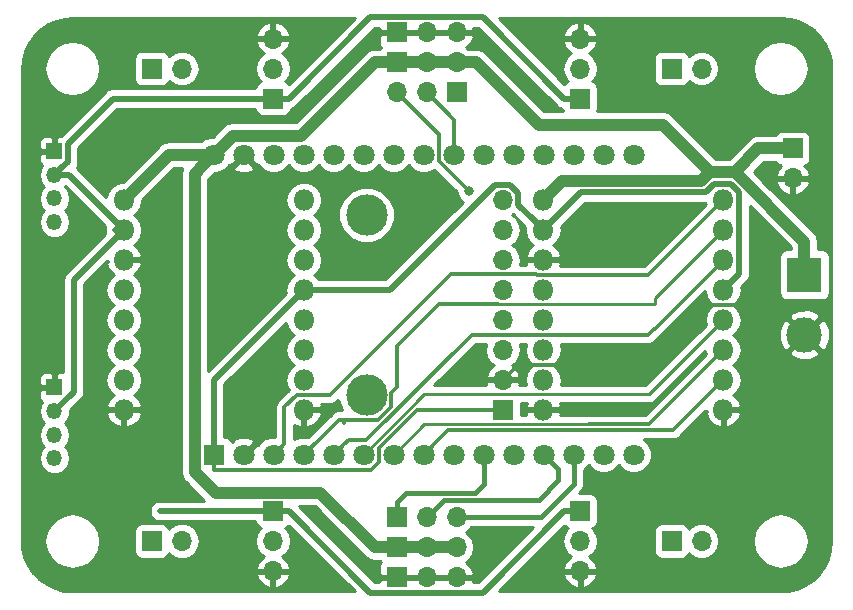
<source format=gbr>
G04 #@! TF.GenerationSoftware,KiCad,Pcbnew,(5.0.1)-3*
G04 #@! TF.CreationDate,2022-06-15T15:10:59+08:00*
G04 #@! TF.ProjectId,Omnibot V1,4F6D6E69626F742056312E6B69636164,rev?*
G04 #@! TF.SameCoordinates,Original*
G04 #@! TF.FileFunction,Copper,L2,Bot,Signal*
G04 #@! TF.FilePolarity,Positive*
%FSLAX46Y46*%
G04 Gerber Fmt 4.6, Leading zero omitted, Abs format (unit mm)*
G04 Created by KiCad (PCBNEW (5.0.1)-3) date 15-Jun-22 3:10:59 PM*
%MOMM*%
%LPD*%
G01*
G04 APERTURE LIST*
G04 #@! TA.AperFunction,ComponentPad*
%ADD10C,3.000000*%
G04 #@! TD*
G04 #@! TA.AperFunction,ComponentPad*
%ADD11R,3.000000X3.000000*%
G04 #@! TD*
G04 #@! TA.AperFunction,ComponentPad*
%ADD12C,1.800000*%
G04 #@! TD*
G04 #@! TA.AperFunction,ComponentPad*
%ADD13R,1.800000X1.800000*%
G04 #@! TD*
G04 #@! TA.AperFunction,ComponentPad*
%ADD14R,1.700000X1.700000*%
G04 #@! TD*
G04 #@! TA.AperFunction,ComponentPad*
%ADD15O,1.700000X1.700000*%
G04 #@! TD*
G04 #@! TA.AperFunction,WasherPad*
%ADD16C,3.500000*%
G04 #@! TD*
G04 #@! TA.AperFunction,ComponentPad*
%ADD17O,1.800000X1.800000*%
G04 #@! TD*
G04 #@! TA.AperFunction,ComponentPad*
%ADD18O,1.350000X1.350000*%
G04 #@! TD*
G04 #@! TA.AperFunction,ComponentPad*
%ADD19R,1.350000X1.350000*%
G04 #@! TD*
G04 #@! TA.AperFunction,ViaPad*
%ADD20C,0.800000*%
G04 #@! TD*
G04 #@! TA.AperFunction,Conductor*
%ADD21C,0.300000*%
G04 #@! TD*
G04 #@! TA.AperFunction,Conductor*
%ADD22C,0.250000*%
G04 #@! TD*
G04 #@! TA.AperFunction,Conductor*
%ADD23C,0.500000*%
G04 #@! TD*
G04 #@! TA.AperFunction,Conductor*
%ADD24C,1.000000*%
G04 #@! TD*
G04 #@! TA.AperFunction,Conductor*
%ADD25C,0.400000*%
G04 #@! TD*
G04 #@! TA.AperFunction,Conductor*
%ADD26C,0.254000*%
G04 #@! TD*
G04 APERTURE END LIST*
D10*
G04 #@! TO.P,J6,2*
G04 #@! TO.N,GND*
X82000000Y-52540000D03*
D11*
G04 #@! TO.P,J6,1*
G04 #@! TO.N,VCC*
X82000000Y-47460000D03*
G04 #@! TD*
D12*
G04 #@! TO.P,U3,3*
G04 #@! TO.N,N/C*
X67545000Y-37300000D03*
G04 #@! TO.P,U3,4*
G04 #@! TO.N,36*
X65005000Y-37300000D03*
G04 #@! TO.P,U3,5*
G04 #@! TO.N,39*
X62465000Y-37300000D03*
G04 #@! TO.P,U3,6*
G04 #@! TO.N,34*
X59925000Y-37300000D03*
G04 #@! TO.P,U3,7*
G04 #@! TO.N,35*
X57385000Y-37300000D03*
G04 #@! TO.P,U3,8*
G04 #@! TO.N,32*
X54845000Y-37300000D03*
G04 #@! TO.P,U3,9*
G04 #@! TO.N,33*
X52305000Y-37300000D03*
G04 #@! TO.P,U3,10*
G04 #@! TO.N,25*
X49765000Y-37300000D03*
G04 #@! TO.P,U3,11*
G04 #@! TO.N,26*
X47225000Y-37300000D03*
G04 #@! TO.P,U3,12*
G04 #@! TO.N,27*
X44685000Y-37300000D03*
G04 #@! TO.P,U3,13*
G04 #@! TO.N,14*
X42145000Y-37300000D03*
G04 #@! TO.P,U3,14*
G04 #@! TO.N,12*
X39605000Y-37300000D03*
G04 #@! TO.P,U3,16*
G04 #@! TO.N,13*
X37065000Y-37300000D03*
G04 #@! TO.P,U3,15*
G04 #@! TO.N,GND*
X34525000Y-37300000D03*
G04 #@! TO.P,U3,32*
G04 #@! TO.N,VCC*
X31985000Y-37300000D03*
G04 #@! TO.P,U3,37*
G04 #@! TO.N,23*
X67545000Y-62700000D03*
G04 #@! TO.P,U3,36*
G04 #@! TO.N,22_SCL*
X65005000Y-62700000D03*
G04 #@! TO.P,U3,35*
G04 #@! TO.N,1*
X62465000Y-62700000D03*
G04 #@! TO.P,U3,34*
G04 #@! TO.N,3*
X59925000Y-62700000D03*
G04 #@! TO.P,U3,33*
G04 #@! TO.N,21_SDA*
X57385000Y-62700000D03*
G04 #@! TO.P,U3,31*
G04 #@! TO.N,19*
X54845000Y-62700000D03*
G04 #@! TO.P,U3,30*
G04 #@! TO.N,18*
X52305000Y-62700000D03*
G04 #@! TO.P,U3,29*
G04 #@! TO.N,5*
X49765000Y-62700000D03*
G04 #@! TO.P,U3,28*
G04 #@! TO.N,17*
X47225000Y-62700000D03*
G04 #@! TO.P,U3,27*
G04 #@! TO.N,16*
X44685000Y-62700000D03*
G04 #@! TO.P,U3,26*
G04 #@! TO.N,4*
X42145000Y-62700000D03*
G04 #@! TO.P,U3,24*
G04 #@! TO.N,2*
X39605000Y-62700000D03*
G04 #@! TO.P,U3,23*
G04 #@! TO.N,15*
X37065000Y-62700000D03*
G04 #@! TO.P,U3,15*
G04 #@! TO.N,GND*
X34525000Y-62700000D03*
D13*
G04 #@! TO.P,U3,2*
G04 #@! TO.N,+3V3*
X31985000Y-62700000D03*
G04 #@! TD*
D14*
G04 #@! TO.P,J7,1*
G04 #@! TO.N,VCC*
X81000000Y-36750000D03*
D15*
G04 #@! TO.P,J7,2*
G04 #@! TO.N,GND*
X81000000Y-39290000D03*
G04 #@! TD*
D14*
G04 #@! TO.P,J3,1*
G04 #@! TO.N,+3V3*
X37000000Y-32540000D03*
D15*
G04 #@! TO.P,J3,2*
G04 #@! TO.N,34*
X37000000Y-30000000D03*
G04 #@! TO.P,J3,3*
G04 #@! TO.N,GND*
X37000000Y-27460000D03*
G04 #@! TD*
D14*
G04 #@! TO.P,J2,1*
G04 #@! TO.N,+3V3*
X37000000Y-67460000D03*
D15*
G04 #@! TO.P,J2,2*
G04 #@! TO.N,35*
X37000000Y-70000000D03*
G04 #@! TO.P,J2,3*
G04 #@! TO.N,GND*
X37000000Y-72540000D03*
G04 #@! TD*
D14*
G04 #@! TO.P,J4,1*
G04 #@! TO.N,+3V3*
X63000000Y-67460000D03*
D15*
G04 #@! TO.P,J4,2*
G04 #@! TO.N,36*
X63000000Y-70000000D03*
G04 #@! TO.P,J4,3*
G04 #@! TO.N,GND*
X63000000Y-72540000D03*
G04 #@! TD*
D14*
G04 #@! TO.P,J5,1*
G04 #@! TO.N,+3V3*
X63000000Y-32540000D03*
D15*
G04 #@! TO.P,J5,2*
G04 #@! TO.N,39*
X63000000Y-30000000D03*
G04 #@! TO.P,J5,3*
G04 #@! TO.N,GND*
X63000000Y-27460000D03*
G04 #@! TD*
G04 #@! TO.P,J12,3*
G04 #@! TO.N,GND*
X52540000Y-73060000D03*
G04 #@! TO.P,J12,2*
X50000000Y-73060000D03*
D14*
G04 #@! TO.P,J12,1*
X47460000Y-73060000D03*
G04 #@! TD*
D15*
G04 #@! TO.P,J11,3*
G04 #@! TO.N,VCC*
X52540000Y-70520000D03*
G04 #@! TO.P,J11,2*
X50000000Y-70520000D03*
D14*
G04 #@! TO.P,J11,1*
X47460000Y-70520000D03*
G04 #@! TD*
D15*
G04 #@! TO.P,J10,3*
G04 #@! TO.N,1*
X52540000Y-67980000D03*
G04 #@! TO.P,J10,2*
G04 #@! TO.N,3*
X50000000Y-67980000D03*
D14*
G04 #@! TO.P,J10,1*
G04 #@! TO.N,19*
X47460000Y-67980000D03*
G04 #@! TD*
D15*
G04 #@! TO.P,J14,3*
G04 #@! TO.N,GND*
X52540000Y-26940000D03*
G04 #@! TO.P,J14,2*
X50000000Y-26940000D03*
D14*
G04 #@! TO.P,J14,1*
X47460000Y-26940000D03*
G04 #@! TD*
D15*
G04 #@! TO.P,J13,3*
G04 #@! TO.N,VCC*
X52540000Y-29480000D03*
G04 #@! TO.P,J13,2*
X50000000Y-29480000D03*
D14*
G04 #@! TO.P,J13,1*
X47460000Y-29480000D03*
G04 #@! TD*
D15*
G04 #@! TO.P,J9,3*
G04 #@! TO.N,18*
X47460000Y-32020000D03*
G04 #@! TO.P,J9,2*
G04 #@! TO.N,33*
X50000000Y-32020000D03*
D14*
G04 #@! TO.P,J9,1*
G04 #@! TO.N,32*
X52540000Y-32020000D03*
G04 #@! TD*
G04 #@! TO.P,U4,13*
G04 #@! TO.N,+3V3*
X56466600Y-58898400D03*
D15*
G04 #@! TO.P,U4,18*
G04 #@! TO.N,GND*
X56466600Y-56358400D03*
G04 #@! TO.P,U4,23*
G04 #@! TO.N,22_SCL*
X56466600Y-53818400D03*
G04 #@! TO.P,U4,24*
G04 #@! TO.N,21_SDA*
X56466600Y-51278400D03*
G04 #@! TO.P,U4,7*
G04 #@! TO.N,N/C*
X56466600Y-48738400D03*
G04 #@! TO.P,U4,6*
X56466600Y-46198400D03*
G04 #@! TO.P,U4,9*
X56466600Y-43658400D03*
G04 #@! TO.P,U4,12*
G04 #@! TO.N,23*
X56466600Y-41118400D03*
D16*
G04 #@! TO.P,U4,*
G04 #@! TO.N,*
X44920000Y-42380000D03*
X44920000Y-57620000D03*
G04 #@! TD*
D17*
G04 #@! TO.P,U1,17*
G04 #@! TO.N,16*
X75120000Y-51270000D03*
G04 #@! TO.P,U1,16*
G04 #@! TO.N,17*
X75120000Y-53810000D03*
G04 #@! TO.P,U1,15*
G04 #@! TO.N,5*
X75120000Y-56350000D03*
G04 #@! TO.P,U1,9*
G04 #@! TO.N,GND*
X75120000Y-58890000D03*
G04 #@! TO.P,U1,22*
G04 #@! TO.N,2*
X75120000Y-43650000D03*
G04 #@! TO.P,U1,19*
G04 #@! TO.N,+3V3*
X75120000Y-48730000D03*
G04 #@! TO.P,U1,21*
G04 #@! TO.N,4*
X75120000Y-46190000D03*
G04 #@! TO.P,U1,23*
G04 #@! TO.N,15*
X75120000Y-41110000D03*
G04 #@! TO.P,U1,7*
G04 #@! TO.N,Net-(M4-Pad2)*
X59880000Y-53810000D03*
G04 #@! TO.P,U1,4*
G04 #@! TO.N,GND*
X59880000Y-58890000D03*
G04 #@! TO.P,U1,11*
G04 #@! TO.N,Net-(M4-Pad1)*
X59880000Y-56350000D03*
G04 #@! TO.P,U1,5*
G04 #@! TO.N,Net-(M3-Pad2)*
X59880000Y-51270000D03*
G04 #@! TO.P,U1,14*
G04 #@! TO.N,VCC*
X59880000Y-41110000D03*
G04 #@! TO.P,U1,18*
G04 #@! TO.N,GND*
X59880000Y-46190000D03*
G04 #@! TO.P,U1,20*
G04 #@! TO.N,+3V3*
X59880000Y-43650000D03*
G04 #@! TO.P,U1,1*
G04 #@! TO.N,Net-(M3-Pad1)*
X59880000Y-48730000D03*
G04 #@! TD*
G04 #@! TO.P,U2,1*
G04 #@! TO.N,Net-(M1-Pad1)*
X24380000Y-48730000D03*
G04 #@! TO.P,U2,20*
G04 #@! TO.N,+3V3*
X24380000Y-43650000D03*
G04 #@! TO.P,U2,18*
G04 #@! TO.N,GND*
X24380000Y-46190000D03*
G04 #@! TO.P,U2,14*
G04 #@! TO.N,VCC*
X24380000Y-41110000D03*
G04 #@! TO.P,U2,5*
G04 #@! TO.N,Net-(M1-Pad2)*
X24380000Y-51270000D03*
G04 #@! TO.P,U2,11*
G04 #@! TO.N,Net-(M2-Pad1)*
X24380000Y-56350000D03*
G04 #@! TO.P,U2,4*
G04 #@! TO.N,GND*
X24380000Y-58890000D03*
G04 #@! TO.P,U2,7*
G04 #@! TO.N,Net-(M2-Pad2)*
X24380000Y-53810000D03*
G04 #@! TO.P,U2,23*
G04 #@! TO.N,13*
X39620000Y-41110000D03*
G04 #@! TO.P,U2,21*
G04 #@! TO.N,14*
X39620000Y-46190000D03*
G04 #@! TO.P,U2,19*
G04 #@! TO.N,+3V3*
X39620000Y-48730000D03*
G04 #@! TO.P,U2,22*
G04 #@! TO.N,12*
X39620000Y-43650000D03*
G04 #@! TO.P,U2,9*
G04 #@! TO.N,GND*
X39620000Y-58890000D03*
G04 #@! TO.P,U2,15*
G04 #@! TO.N,25*
X39620000Y-56350000D03*
G04 #@! TO.P,U2,16*
G04 #@! TO.N,26*
X39620000Y-53810000D03*
G04 #@! TO.P,U2,17*
G04 #@! TO.N,27*
X39620000Y-51270000D03*
G04 #@! TD*
D18*
G04 #@! TO.P,J1,4*
G04 #@! TO.N,22_SCL*
X18500000Y-63000000D03*
G04 #@! TO.P,J1,3*
G04 #@! TO.N,21_SDA*
X18500000Y-61000000D03*
G04 #@! TO.P,J1,2*
G04 #@! TO.N,+3V3*
X18500000Y-59000000D03*
D19*
G04 #@! TO.P,J1,1*
G04 #@! TO.N,GND*
X18500000Y-57000000D03*
G04 #@! TD*
D15*
G04 #@! TO.P,M1,2*
G04 #@! TO.N,Net-(M1-Pad2)*
X29290000Y-30000000D03*
D14*
G04 #@! TO.P,M1,1*
G04 #@! TO.N,Net-(M1-Pad1)*
X26750000Y-30000000D03*
G04 #@! TD*
D15*
G04 #@! TO.P,M3,2*
G04 #@! TO.N,Net-(M3-Pad2)*
X73290000Y-30000000D03*
D14*
G04 #@! TO.P,M3,1*
G04 #@! TO.N,Net-(M3-Pad1)*
X70750000Y-30000000D03*
G04 #@! TD*
G04 #@! TO.P,M2,1*
G04 #@! TO.N,Net-(M2-Pad1)*
X26750000Y-70000000D03*
D15*
G04 #@! TO.P,M2,2*
G04 #@! TO.N,Net-(M2-Pad2)*
X29290000Y-70000000D03*
G04 #@! TD*
G04 #@! TO.P,M4,2*
G04 #@! TO.N,Net-(M4-Pad2)*
X73290000Y-70000000D03*
D14*
G04 #@! TO.P,M4,1*
G04 #@! TO.N,Net-(M4-Pad1)*
X70750000Y-70000000D03*
G04 #@! TD*
D18*
G04 #@! TO.P,J8,4*
G04 #@! TO.N,22_SCL*
X18500000Y-43000000D03*
G04 #@! TO.P,J8,3*
G04 #@! TO.N,21_SDA*
X18500000Y-41000000D03*
G04 #@! TO.P,J8,2*
G04 #@! TO.N,+3V3*
X18500000Y-39000000D03*
D19*
G04 #@! TO.P,J8,1*
G04 #@! TO.N,GND*
X18500000Y-37000000D03*
G04 #@! TD*
D20*
G04 #@! TO.N,GND*
X68250000Y-46000000D03*
X68481764Y-54000000D03*
X70000000Y-65500000D03*
G04 #@! TO.N,18*
X53600000Y-40400000D03*
G04 #@! TD*
D21*
G04 #@! TO.N,GND*
X57316599Y-55508401D02*
X56466600Y-56358400D01*
X57725001Y-55099999D02*
X57316599Y-55508401D01*
X67381765Y-55099999D02*
X57725001Y-55099999D01*
X68060000Y-46190000D02*
X68250000Y-46000000D01*
X68481764Y-54000000D02*
X67381765Y-55099999D01*
X72481764Y-50000000D02*
X68481764Y-54000000D01*
X79460000Y-50000000D02*
X82000000Y-52540000D01*
X72481764Y-50000000D02*
X79460000Y-50000000D01*
G04 #@! TO.N,33*
X52305000Y-34325000D02*
X52305000Y-37300000D01*
X50000000Y-32020000D02*
X52305000Y-34325000D01*
G04 #@! TO.N,5*
X50664999Y-61800001D02*
X49765000Y-62700000D01*
X51849989Y-60615011D02*
X50664999Y-61800001D01*
X70854989Y-60615011D02*
X51849989Y-60615011D01*
X75120000Y-56350000D02*
X70854989Y-60615011D01*
D22*
G04 #@! TO.N,17*
X49809999Y-60115001D02*
X47225000Y-62700000D01*
D21*
X68814999Y-60115001D02*
X63750000Y-60115001D01*
X75120000Y-53810000D02*
X68814999Y-60115001D01*
D22*
X63750000Y-60115001D02*
X49809999Y-60115001D01*
G04 #@! TO.N,16*
X49809999Y-57575001D02*
X44685000Y-62700000D01*
X75120000Y-51270000D02*
X68814999Y-57575001D01*
X68814999Y-57575001D02*
X49809999Y-57575001D01*
G04 #@! TO.N,4*
X69225001Y-52084999D02*
X75120000Y-46190000D01*
D21*
X43044999Y-61800001D02*
X42145000Y-62700000D01*
X43395001Y-61449999D02*
X43044999Y-61800001D01*
X44905123Y-61449999D02*
X43395001Y-61449999D01*
X53835121Y-52520001D02*
X44905123Y-61449999D01*
X68789999Y-52520001D02*
X53835121Y-52520001D01*
X69225001Y-52084999D02*
X68789999Y-52520001D01*
D22*
G04 #@! TO.N,2*
X56050997Y-49955001D02*
X69314999Y-49955001D01*
X69314999Y-49455001D02*
X75120000Y-43650000D01*
X69314999Y-49955001D02*
X69314999Y-49455001D01*
D21*
X45928001Y-59720001D02*
X43220001Y-59720001D01*
X40504999Y-61800001D02*
X39605000Y-62700000D01*
X43000000Y-59940002D02*
X43220001Y-59720001D01*
X43000000Y-59972120D02*
X43000000Y-59940002D01*
X39605000Y-62700000D02*
X42584999Y-59720001D01*
X42584999Y-59720001D02*
X45928001Y-59720001D01*
X47020001Y-58628001D02*
X45928001Y-59720001D01*
X47020001Y-57479999D02*
X47020001Y-58628001D01*
X47500000Y-57000000D02*
X47020001Y-57479999D01*
X47500000Y-53500000D02*
X47500000Y-57000000D01*
X51044999Y-49955001D02*
X47500000Y-53500000D01*
X56050997Y-49955001D02*
X51044999Y-49955001D01*
G04 #@! TO.N,15*
X41868997Y-57600001D02*
X52053997Y-47415001D01*
X39059997Y-57600001D02*
X41868997Y-57600001D01*
X37964999Y-58694999D02*
X39059997Y-57600001D01*
X37065000Y-62700000D02*
X37964999Y-61800001D01*
X37964999Y-61800001D02*
X37964999Y-58694999D01*
X74220001Y-42009999D02*
X75120000Y-41110000D01*
X68750001Y-47479999D02*
X74220001Y-42009999D01*
X59319997Y-47479999D02*
X68750001Y-47479999D01*
X59254999Y-47415001D02*
X59319997Y-47479999D01*
X52053997Y-47415001D02*
X59254999Y-47415001D01*
D23*
G04 #@! TO.N,+3V3*
X38350000Y-32540000D02*
X37000000Y-32540000D01*
X45250001Y-25639999D02*
X38350000Y-32540000D01*
X54749999Y-25639999D02*
X45250001Y-25639999D01*
X61650000Y-32540000D02*
X54749999Y-25639999D01*
X63000000Y-32540000D02*
X61650000Y-32540000D01*
X23650000Y-43650000D02*
X24380000Y-43650000D01*
X37000000Y-67460000D02*
X27460000Y-67460000D01*
X38350000Y-67460000D02*
X37000000Y-67460000D01*
X45250001Y-74360001D02*
X38350000Y-67460000D01*
X54749999Y-74360001D02*
X45250001Y-74360001D01*
X61650000Y-67460000D02*
X54749999Y-74360001D01*
X63000000Y-67460000D02*
X61650000Y-67460000D01*
X55781601Y-39818399D02*
X57090601Y-39818399D01*
X39620000Y-48730000D02*
X46870000Y-48730000D01*
X46870000Y-48730000D02*
X55781601Y-39818399D01*
X20125001Y-47904999D02*
X24380000Y-43650000D01*
X20125001Y-57374999D02*
X20125001Y-47904999D01*
X18500000Y-59000000D02*
X20125001Y-57374999D01*
X19174999Y-38325001D02*
X18500000Y-39000000D01*
X19625001Y-37874999D02*
X19174999Y-38325001D01*
X19625001Y-36374999D02*
X19625001Y-37874999D01*
X23460000Y-32540000D02*
X19625001Y-36374999D01*
X37000000Y-32540000D02*
X23460000Y-32540000D01*
X19730000Y-39000000D02*
X18500000Y-39000000D01*
X24380000Y-43650000D02*
X19730000Y-39000000D01*
D21*
X31985000Y-63900000D02*
X31985000Y-62700000D01*
X45285001Y-63950001D02*
X32035001Y-63950001D01*
X32035001Y-63950001D02*
X31985000Y-63900000D01*
X45935001Y-63300001D02*
X45285001Y-63950001D01*
X45935001Y-62139997D02*
X45935001Y-63300001D01*
X49176598Y-58898400D02*
X45935001Y-62139997D01*
X56466600Y-58898400D02*
X49176598Y-58898400D01*
D23*
X58980001Y-42750001D02*
X59880000Y-43650000D01*
X57766601Y-41536601D02*
X58980001Y-42750001D01*
X57766601Y-40494399D02*
X57766601Y-41536601D01*
X57090601Y-39818399D02*
X57766601Y-40494399D01*
X31985000Y-56365000D02*
X31985000Y-62700000D01*
X39620000Y-48730000D02*
X31985000Y-56365000D01*
X76019999Y-47830001D02*
X75120000Y-48730000D01*
X76470001Y-47379999D02*
X76019999Y-47830001D01*
X76470001Y-40461999D02*
X76470001Y-47379999D01*
X75768001Y-39759999D02*
X76470001Y-40461999D01*
X74333518Y-39759999D02*
X75768001Y-39759999D01*
X73633508Y-40460009D02*
X74333518Y-39759999D01*
X63069991Y-40460009D02*
X73633508Y-40460009D01*
X59880000Y-43650000D02*
X63069991Y-40460009D01*
D24*
G04 #@! TO.N,VCC*
X47460000Y-29480000D02*
X52540000Y-29480000D01*
X28190000Y-37300000D02*
X24380000Y-41110000D01*
X52540000Y-70520000D02*
X47460000Y-70520000D01*
X70203003Y-39509999D02*
X70200000Y-39509999D01*
X70200000Y-39509999D02*
X68500000Y-39509999D01*
X73240001Y-39509999D02*
X68500000Y-39509999D01*
X82000000Y-44960000D02*
X82000000Y-47460000D01*
X31085001Y-38199999D02*
X31985000Y-37300000D01*
X47460000Y-70520000D02*
X45610000Y-70520000D01*
X45610000Y-70520000D02*
X40999999Y-65909999D01*
X40999999Y-65909999D02*
X32134997Y-65909999D01*
X32134997Y-65909999D02*
X30384999Y-64160001D01*
X30384999Y-64160001D02*
X30384999Y-38900001D01*
X30384999Y-38900001D02*
X31085001Y-38199999D01*
X28190000Y-37300000D02*
X31985000Y-37300000D01*
X33585001Y-35699999D02*
X31985000Y-37300000D01*
X39390001Y-35699999D02*
X33585001Y-35699999D01*
X47460000Y-29480000D02*
X45610000Y-29480000D01*
X45610000Y-29480000D02*
X39390001Y-35699999D01*
X61480001Y-39509999D02*
X59880000Y-41110000D01*
X68500000Y-39509999D02*
X61480001Y-39509999D01*
X76101519Y-38750000D02*
X74000000Y-38750000D01*
X82000000Y-44648481D02*
X76101519Y-38750000D01*
X82000000Y-47460000D02*
X82000000Y-44648481D01*
X73240001Y-39509999D02*
X74000000Y-38750000D01*
X54230000Y-29480000D02*
X52540000Y-29480000D01*
X59500000Y-34750000D02*
X54230000Y-29480000D01*
X70000000Y-34750000D02*
X59500000Y-34750000D01*
X74000000Y-38750000D02*
X70000000Y-34750000D01*
X78101519Y-36750000D02*
X81000000Y-36750000D01*
X76101519Y-38750000D02*
X78101519Y-36750000D01*
D25*
G04 #@! TO.N,3*
X61124999Y-64875001D02*
X59500000Y-66500000D01*
X51480000Y-66500000D02*
X50000000Y-67980000D01*
X59500000Y-66500000D02*
X51480000Y-66500000D01*
X61124999Y-63899999D02*
X59925000Y-62700000D01*
X61124999Y-64875001D02*
X61124999Y-63899999D01*
G04 #@! TO.N,1*
X59685000Y-67980000D02*
X52540000Y-67980000D01*
X62465000Y-65200000D02*
X62465000Y-62700000D01*
X59685000Y-67980000D02*
X62465000Y-65200000D01*
G04 #@! TO.N,19*
X47460000Y-66730000D02*
X47460000Y-67980000D01*
X48290010Y-65899990D02*
X47460000Y-66730000D01*
X54145010Y-65899990D02*
X48290010Y-65899990D01*
X54845000Y-65200000D02*
X54845000Y-62700000D01*
X54145010Y-65899990D02*
X54845000Y-65200000D01*
D21*
G04 #@! TO.N,18*
X53514998Y-40400000D02*
X53600000Y-40400000D01*
X47460000Y-32020000D02*
X51014999Y-35574999D01*
X51054999Y-37854999D02*
X51054999Y-35554999D01*
X53600000Y-40400000D02*
X51054999Y-37854999D01*
X50994999Y-35554999D02*
X51054999Y-35554999D01*
X50994999Y-35554999D02*
X47460000Y-32020000D01*
G04 #@! TD*
D26*
G04 #@! TO.N,GND*
G36*
X80754747Y-25805281D02*
X81485643Y-26005231D01*
X82169575Y-26331450D01*
X82784928Y-26773626D01*
X83312259Y-27317789D01*
X83734886Y-27946726D01*
X84039463Y-28640570D01*
X84217715Y-29383039D01*
X84265001Y-30026963D01*
X84265000Y-69967269D01*
X84194719Y-70754748D01*
X83994769Y-71485643D01*
X83668550Y-72169575D01*
X83226374Y-72784928D01*
X82682211Y-73312259D01*
X82053274Y-73734886D01*
X81359429Y-74039464D01*
X80616961Y-74217714D01*
X79973051Y-74265000D01*
X56096578Y-74265000D01*
X57464688Y-72896890D01*
X61558524Y-72896890D01*
X61728355Y-73306924D01*
X62118642Y-73735183D01*
X62643108Y-73981486D01*
X62873000Y-73860819D01*
X62873000Y-72667000D01*
X63127000Y-72667000D01*
X63127000Y-73860819D01*
X63356892Y-73981486D01*
X63881358Y-73735183D01*
X64271645Y-73306924D01*
X64441476Y-72896890D01*
X64320155Y-72667000D01*
X63127000Y-72667000D01*
X62873000Y-72667000D01*
X61679845Y-72667000D01*
X61558524Y-72896890D01*
X57464688Y-72896890D01*
X61652769Y-68708810D01*
X61692191Y-68767809D01*
X61902235Y-68908157D01*
X61947619Y-68917184D01*
X61929375Y-68929375D01*
X61601161Y-69420582D01*
X61485908Y-70000000D01*
X61601161Y-70579418D01*
X61929375Y-71070625D01*
X62248478Y-71283843D01*
X62118642Y-71344817D01*
X61728355Y-71773076D01*
X61558524Y-72183110D01*
X61679845Y-72413000D01*
X62873000Y-72413000D01*
X62873000Y-72393000D01*
X63127000Y-72393000D01*
X63127000Y-72413000D01*
X64320155Y-72413000D01*
X64441476Y-72183110D01*
X64271645Y-71773076D01*
X63881358Y-71344817D01*
X63751522Y-71283843D01*
X64070625Y-71070625D01*
X64398839Y-70579418D01*
X64514092Y-70000000D01*
X64398839Y-69420582D01*
X64218042Y-69150000D01*
X69252560Y-69150000D01*
X69252560Y-70850000D01*
X69301843Y-71097765D01*
X69442191Y-71307809D01*
X69652235Y-71448157D01*
X69900000Y-71497440D01*
X71600000Y-71497440D01*
X71847765Y-71448157D01*
X72057809Y-71307809D01*
X72198157Y-71097765D01*
X72207184Y-71052381D01*
X72219375Y-71070625D01*
X72710582Y-71398839D01*
X73143744Y-71485000D01*
X73436256Y-71485000D01*
X73869418Y-71398839D01*
X74360625Y-71070625D01*
X74688839Y-70579418D01*
X74804092Y-70000000D01*
X77645000Y-70000000D01*
X77760262Y-70727735D01*
X78094765Y-71384234D01*
X78615766Y-71905235D01*
X79272265Y-72239738D01*
X80000000Y-72355000D01*
X80727735Y-72239738D01*
X81384234Y-71905235D01*
X81905235Y-71384234D01*
X82239738Y-70727735D01*
X82355000Y-70000000D01*
X82239738Y-69272265D01*
X81905235Y-68615766D01*
X81384234Y-68094765D01*
X80727735Y-67760262D01*
X80000000Y-67645000D01*
X79272265Y-67760262D01*
X78615766Y-68094765D01*
X78094765Y-68615766D01*
X77760262Y-69272265D01*
X77645000Y-70000000D01*
X74804092Y-70000000D01*
X74688839Y-69420582D01*
X74360625Y-68929375D01*
X73869418Y-68601161D01*
X73436256Y-68515000D01*
X73143744Y-68515000D01*
X72710582Y-68601161D01*
X72219375Y-68929375D01*
X72207184Y-68947619D01*
X72198157Y-68902235D01*
X72057809Y-68692191D01*
X71847765Y-68551843D01*
X71600000Y-68502560D01*
X69900000Y-68502560D01*
X69652235Y-68551843D01*
X69442191Y-68692191D01*
X69301843Y-68902235D01*
X69252560Y-69150000D01*
X64218042Y-69150000D01*
X64070625Y-68929375D01*
X64052381Y-68917184D01*
X64097765Y-68908157D01*
X64307809Y-68767809D01*
X64448157Y-68557765D01*
X64497440Y-68310000D01*
X64497440Y-66610000D01*
X64448157Y-66362235D01*
X64307809Y-66152191D01*
X64097765Y-66011843D01*
X63850000Y-65962560D01*
X62883308Y-65962560D01*
X62997283Y-65848585D01*
X63067001Y-65802001D01*
X63251552Y-65525801D01*
X63300000Y-65282237D01*
X63300000Y-65282236D01*
X63316358Y-65200000D01*
X63300000Y-65117763D01*
X63300000Y-64015603D01*
X63334507Y-64001310D01*
X63735000Y-63600817D01*
X64135493Y-64001310D01*
X64699670Y-64235000D01*
X65310330Y-64235000D01*
X65874507Y-64001310D01*
X66275000Y-63600817D01*
X66675493Y-64001310D01*
X67239670Y-64235000D01*
X67850330Y-64235000D01*
X68414507Y-64001310D01*
X68846310Y-63569507D01*
X69080000Y-63005330D01*
X69080000Y-62394670D01*
X68846310Y-61830493D01*
X68415828Y-61400011D01*
X70777677Y-61400011D01*
X70854989Y-61415389D01*
X70932301Y-61400011D01*
X70932305Y-61400011D01*
X71161281Y-61354465D01*
X71420942Y-61180964D01*
X71464738Y-61115419D01*
X73585000Y-58995158D01*
X73585000Y-59017002D01*
X73749621Y-59017002D01*
X73628964Y-59254740D01*
X73807760Y-59686417D01*
X74212424Y-60127966D01*
X74755258Y-60381046D01*
X74993000Y-60260997D01*
X74993000Y-59017000D01*
X75247000Y-59017000D01*
X75247000Y-60260997D01*
X75484742Y-60381046D01*
X76027576Y-60127966D01*
X76432240Y-59686417D01*
X76611036Y-59254740D01*
X76490378Y-59017000D01*
X75247000Y-59017000D01*
X74993000Y-59017000D01*
X74973000Y-59017000D01*
X74973000Y-58763000D01*
X74993000Y-58763000D01*
X74993000Y-58743000D01*
X75247000Y-58743000D01*
X75247000Y-58763000D01*
X76490378Y-58763000D01*
X76611036Y-58525260D01*
X76432240Y-58093583D01*
X76027576Y-57652034D01*
X75972632Y-57626418D01*
X76226673Y-57456673D01*
X76565938Y-56948927D01*
X76685072Y-56350000D01*
X76565938Y-55751073D01*
X76226673Y-55243327D01*
X75982237Y-55080000D01*
X76226673Y-54916673D01*
X76565938Y-54408927D01*
X76636543Y-54053970D01*
X80665635Y-54053970D01*
X80825418Y-54372739D01*
X81616187Y-54682723D01*
X82465387Y-54666497D01*
X83174582Y-54372739D01*
X83334365Y-54053970D01*
X82000000Y-52719605D01*
X80665635Y-54053970D01*
X76636543Y-54053970D01*
X76685072Y-53810000D01*
X76565938Y-53211073D01*
X76226673Y-52703327D01*
X75982237Y-52540000D01*
X76226673Y-52376673D01*
X76373997Y-52156187D01*
X79857277Y-52156187D01*
X79873503Y-53005387D01*
X80167261Y-53714582D01*
X80486030Y-53874365D01*
X81820395Y-52540000D01*
X82179605Y-52540000D01*
X83513970Y-53874365D01*
X83832739Y-53714582D01*
X84142723Y-52923813D01*
X84126497Y-52074613D01*
X83832739Y-51365418D01*
X83513970Y-51205635D01*
X82179605Y-52540000D01*
X81820395Y-52540000D01*
X80486030Y-51205635D01*
X80167261Y-51365418D01*
X79857277Y-52156187D01*
X76373997Y-52156187D01*
X76565938Y-51868927D01*
X76685072Y-51270000D01*
X76636544Y-51026030D01*
X80665635Y-51026030D01*
X82000000Y-52360395D01*
X83334365Y-51026030D01*
X83174582Y-50707261D01*
X82383813Y-50397277D01*
X81534613Y-50413503D01*
X80825418Y-50707261D01*
X80665635Y-51026030D01*
X76636544Y-51026030D01*
X76565938Y-50671073D01*
X76226673Y-50163327D01*
X75982237Y-50000000D01*
X76226673Y-49836673D01*
X76565938Y-49328927D01*
X76685072Y-48730000D01*
X76633060Y-48468519D01*
X76707423Y-48394156D01*
X76707425Y-48394153D01*
X77034154Y-48067424D01*
X77108050Y-48018048D01*
X77303653Y-47725309D01*
X77355001Y-47467164D01*
X77355001Y-47467160D01*
X77372338Y-47379999D01*
X77355001Y-47292838D01*
X77355001Y-41608613D01*
X80865000Y-45118613D01*
X80865000Y-45312560D01*
X80500000Y-45312560D01*
X80252235Y-45361843D01*
X80042191Y-45502191D01*
X79901843Y-45712235D01*
X79852560Y-45960000D01*
X79852560Y-48960000D01*
X79901843Y-49207765D01*
X80042191Y-49417809D01*
X80252235Y-49558157D01*
X80500000Y-49607440D01*
X83500000Y-49607440D01*
X83747765Y-49558157D01*
X83957809Y-49417809D01*
X84098157Y-49207765D01*
X84147440Y-48960000D01*
X84147440Y-45960000D01*
X84098157Y-45712235D01*
X83957809Y-45502191D01*
X83747765Y-45361843D01*
X83500000Y-45312560D01*
X83135000Y-45312560D01*
X83135000Y-44760264D01*
X83157235Y-44648481D01*
X83069146Y-44205626D01*
X83021603Y-44134473D01*
X82818289Y-43830192D01*
X82723521Y-43766870D01*
X78603541Y-39646890D01*
X79558524Y-39646890D01*
X79728355Y-40056924D01*
X80118642Y-40485183D01*
X80643108Y-40731486D01*
X80873000Y-40610819D01*
X80873000Y-39417000D01*
X81127000Y-39417000D01*
X81127000Y-40610819D01*
X81356892Y-40731486D01*
X81881358Y-40485183D01*
X82271645Y-40056924D01*
X82441476Y-39646890D01*
X82320155Y-39417000D01*
X81127000Y-39417000D01*
X80873000Y-39417000D01*
X79679845Y-39417000D01*
X79558524Y-39646890D01*
X78603541Y-39646890D01*
X77706650Y-38750000D01*
X78571651Y-37885000D01*
X79576723Y-37885000D01*
X79692191Y-38057809D01*
X79902235Y-38198157D01*
X80005708Y-38218739D01*
X79728355Y-38523076D01*
X79558524Y-38933110D01*
X79679845Y-39163000D01*
X80873000Y-39163000D01*
X80873000Y-39143000D01*
X81127000Y-39143000D01*
X81127000Y-39163000D01*
X82320155Y-39163000D01*
X82441476Y-38933110D01*
X82271645Y-38523076D01*
X81994292Y-38218739D01*
X82097765Y-38198157D01*
X82307809Y-38057809D01*
X82448157Y-37847765D01*
X82497440Y-37600000D01*
X82497440Y-35900000D01*
X82448157Y-35652235D01*
X82307809Y-35442191D01*
X82097765Y-35301843D01*
X81850000Y-35252560D01*
X80150000Y-35252560D01*
X79902235Y-35301843D01*
X79692191Y-35442191D01*
X79576723Y-35615000D01*
X78213301Y-35615000D01*
X78101518Y-35592765D01*
X77802542Y-35652235D01*
X77658664Y-35680854D01*
X77283230Y-35931711D01*
X77219908Y-36026479D01*
X75631388Y-37615000D01*
X74470132Y-37615000D01*
X70881613Y-34026482D01*
X70818289Y-33931711D01*
X70442855Y-33680854D01*
X70111783Y-33615000D01*
X70000000Y-33592765D01*
X69888217Y-33615000D01*
X64452685Y-33615000D01*
X64497440Y-33390000D01*
X64497440Y-31690000D01*
X64448157Y-31442235D01*
X64307809Y-31232191D01*
X64097765Y-31091843D01*
X64052381Y-31082816D01*
X64070625Y-31070625D01*
X64398839Y-30579418D01*
X64514092Y-30000000D01*
X64398839Y-29420582D01*
X64218042Y-29150000D01*
X69252560Y-29150000D01*
X69252560Y-30850000D01*
X69301843Y-31097765D01*
X69442191Y-31307809D01*
X69652235Y-31448157D01*
X69900000Y-31497440D01*
X71600000Y-31497440D01*
X71847765Y-31448157D01*
X72057809Y-31307809D01*
X72198157Y-31097765D01*
X72207184Y-31052381D01*
X72219375Y-31070625D01*
X72710582Y-31398839D01*
X73143744Y-31485000D01*
X73436256Y-31485000D01*
X73869418Y-31398839D01*
X74360625Y-31070625D01*
X74688839Y-30579418D01*
X74804092Y-30000000D01*
X77645000Y-30000000D01*
X77760262Y-30727735D01*
X78094765Y-31384234D01*
X78615766Y-31905235D01*
X79272265Y-32239738D01*
X80000000Y-32355000D01*
X80727735Y-32239738D01*
X81384234Y-31905235D01*
X81905235Y-31384234D01*
X82239738Y-30727735D01*
X82355000Y-30000000D01*
X82239738Y-29272265D01*
X81905235Y-28615766D01*
X81384234Y-28094765D01*
X80727735Y-27760262D01*
X80000000Y-27645000D01*
X79272265Y-27760262D01*
X78615766Y-28094765D01*
X78094765Y-28615766D01*
X77760262Y-29272265D01*
X77645000Y-30000000D01*
X74804092Y-30000000D01*
X74688839Y-29420582D01*
X74360625Y-28929375D01*
X73869418Y-28601161D01*
X73436256Y-28515000D01*
X73143744Y-28515000D01*
X72710582Y-28601161D01*
X72219375Y-28929375D01*
X72207184Y-28947619D01*
X72198157Y-28902235D01*
X72057809Y-28692191D01*
X71847765Y-28551843D01*
X71600000Y-28502560D01*
X69900000Y-28502560D01*
X69652235Y-28551843D01*
X69442191Y-28692191D01*
X69301843Y-28902235D01*
X69252560Y-29150000D01*
X64218042Y-29150000D01*
X64070625Y-28929375D01*
X63751522Y-28716157D01*
X63881358Y-28655183D01*
X64271645Y-28226924D01*
X64441476Y-27816890D01*
X64320155Y-27587000D01*
X63127000Y-27587000D01*
X63127000Y-27607000D01*
X62873000Y-27607000D01*
X62873000Y-27587000D01*
X61679845Y-27587000D01*
X61558524Y-27816890D01*
X61728355Y-28226924D01*
X62118642Y-28655183D01*
X62248478Y-28716157D01*
X61929375Y-28929375D01*
X61601161Y-29420582D01*
X61485908Y-30000000D01*
X61601161Y-30579418D01*
X61929375Y-31070625D01*
X61947619Y-31082816D01*
X61902235Y-31091843D01*
X61692191Y-31232191D01*
X61652769Y-31291190D01*
X57464689Y-27103110D01*
X61558524Y-27103110D01*
X61679845Y-27333000D01*
X62873000Y-27333000D01*
X62873000Y-26139181D01*
X63127000Y-26139181D01*
X63127000Y-27333000D01*
X64320155Y-27333000D01*
X64441476Y-27103110D01*
X64271645Y-26693076D01*
X63881358Y-26264817D01*
X63356892Y-26018514D01*
X63127000Y-26139181D01*
X62873000Y-26139181D01*
X62643108Y-26018514D01*
X62118642Y-26264817D01*
X61728355Y-26693076D01*
X61558524Y-27103110D01*
X57464689Y-27103110D01*
X56096578Y-25735000D01*
X79967269Y-25735000D01*
X80754747Y-25805281D01*
X80754747Y-25805281D01*
G37*
X80754747Y-25805281D02*
X81485643Y-26005231D01*
X82169575Y-26331450D01*
X82784928Y-26773626D01*
X83312259Y-27317789D01*
X83734886Y-27946726D01*
X84039463Y-28640570D01*
X84217715Y-29383039D01*
X84265001Y-30026963D01*
X84265000Y-69967269D01*
X84194719Y-70754748D01*
X83994769Y-71485643D01*
X83668550Y-72169575D01*
X83226374Y-72784928D01*
X82682211Y-73312259D01*
X82053274Y-73734886D01*
X81359429Y-74039464D01*
X80616961Y-74217714D01*
X79973051Y-74265000D01*
X56096578Y-74265000D01*
X57464688Y-72896890D01*
X61558524Y-72896890D01*
X61728355Y-73306924D01*
X62118642Y-73735183D01*
X62643108Y-73981486D01*
X62873000Y-73860819D01*
X62873000Y-72667000D01*
X63127000Y-72667000D01*
X63127000Y-73860819D01*
X63356892Y-73981486D01*
X63881358Y-73735183D01*
X64271645Y-73306924D01*
X64441476Y-72896890D01*
X64320155Y-72667000D01*
X63127000Y-72667000D01*
X62873000Y-72667000D01*
X61679845Y-72667000D01*
X61558524Y-72896890D01*
X57464688Y-72896890D01*
X61652769Y-68708810D01*
X61692191Y-68767809D01*
X61902235Y-68908157D01*
X61947619Y-68917184D01*
X61929375Y-68929375D01*
X61601161Y-69420582D01*
X61485908Y-70000000D01*
X61601161Y-70579418D01*
X61929375Y-71070625D01*
X62248478Y-71283843D01*
X62118642Y-71344817D01*
X61728355Y-71773076D01*
X61558524Y-72183110D01*
X61679845Y-72413000D01*
X62873000Y-72413000D01*
X62873000Y-72393000D01*
X63127000Y-72393000D01*
X63127000Y-72413000D01*
X64320155Y-72413000D01*
X64441476Y-72183110D01*
X64271645Y-71773076D01*
X63881358Y-71344817D01*
X63751522Y-71283843D01*
X64070625Y-71070625D01*
X64398839Y-70579418D01*
X64514092Y-70000000D01*
X64398839Y-69420582D01*
X64218042Y-69150000D01*
X69252560Y-69150000D01*
X69252560Y-70850000D01*
X69301843Y-71097765D01*
X69442191Y-71307809D01*
X69652235Y-71448157D01*
X69900000Y-71497440D01*
X71600000Y-71497440D01*
X71847765Y-71448157D01*
X72057809Y-71307809D01*
X72198157Y-71097765D01*
X72207184Y-71052381D01*
X72219375Y-71070625D01*
X72710582Y-71398839D01*
X73143744Y-71485000D01*
X73436256Y-71485000D01*
X73869418Y-71398839D01*
X74360625Y-71070625D01*
X74688839Y-70579418D01*
X74804092Y-70000000D01*
X77645000Y-70000000D01*
X77760262Y-70727735D01*
X78094765Y-71384234D01*
X78615766Y-71905235D01*
X79272265Y-72239738D01*
X80000000Y-72355000D01*
X80727735Y-72239738D01*
X81384234Y-71905235D01*
X81905235Y-71384234D01*
X82239738Y-70727735D01*
X82355000Y-70000000D01*
X82239738Y-69272265D01*
X81905235Y-68615766D01*
X81384234Y-68094765D01*
X80727735Y-67760262D01*
X80000000Y-67645000D01*
X79272265Y-67760262D01*
X78615766Y-68094765D01*
X78094765Y-68615766D01*
X77760262Y-69272265D01*
X77645000Y-70000000D01*
X74804092Y-70000000D01*
X74688839Y-69420582D01*
X74360625Y-68929375D01*
X73869418Y-68601161D01*
X73436256Y-68515000D01*
X73143744Y-68515000D01*
X72710582Y-68601161D01*
X72219375Y-68929375D01*
X72207184Y-68947619D01*
X72198157Y-68902235D01*
X72057809Y-68692191D01*
X71847765Y-68551843D01*
X71600000Y-68502560D01*
X69900000Y-68502560D01*
X69652235Y-68551843D01*
X69442191Y-68692191D01*
X69301843Y-68902235D01*
X69252560Y-69150000D01*
X64218042Y-69150000D01*
X64070625Y-68929375D01*
X64052381Y-68917184D01*
X64097765Y-68908157D01*
X64307809Y-68767809D01*
X64448157Y-68557765D01*
X64497440Y-68310000D01*
X64497440Y-66610000D01*
X64448157Y-66362235D01*
X64307809Y-66152191D01*
X64097765Y-66011843D01*
X63850000Y-65962560D01*
X62883308Y-65962560D01*
X62997283Y-65848585D01*
X63067001Y-65802001D01*
X63251552Y-65525801D01*
X63300000Y-65282237D01*
X63300000Y-65282236D01*
X63316358Y-65200000D01*
X63300000Y-65117763D01*
X63300000Y-64015603D01*
X63334507Y-64001310D01*
X63735000Y-63600817D01*
X64135493Y-64001310D01*
X64699670Y-64235000D01*
X65310330Y-64235000D01*
X65874507Y-64001310D01*
X66275000Y-63600817D01*
X66675493Y-64001310D01*
X67239670Y-64235000D01*
X67850330Y-64235000D01*
X68414507Y-64001310D01*
X68846310Y-63569507D01*
X69080000Y-63005330D01*
X69080000Y-62394670D01*
X68846310Y-61830493D01*
X68415828Y-61400011D01*
X70777677Y-61400011D01*
X70854989Y-61415389D01*
X70932301Y-61400011D01*
X70932305Y-61400011D01*
X71161281Y-61354465D01*
X71420942Y-61180964D01*
X71464738Y-61115419D01*
X73585000Y-58995158D01*
X73585000Y-59017002D01*
X73749621Y-59017002D01*
X73628964Y-59254740D01*
X73807760Y-59686417D01*
X74212424Y-60127966D01*
X74755258Y-60381046D01*
X74993000Y-60260997D01*
X74993000Y-59017000D01*
X75247000Y-59017000D01*
X75247000Y-60260997D01*
X75484742Y-60381046D01*
X76027576Y-60127966D01*
X76432240Y-59686417D01*
X76611036Y-59254740D01*
X76490378Y-59017000D01*
X75247000Y-59017000D01*
X74993000Y-59017000D01*
X74973000Y-59017000D01*
X74973000Y-58763000D01*
X74993000Y-58763000D01*
X74993000Y-58743000D01*
X75247000Y-58743000D01*
X75247000Y-58763000D01*
X76490378Y-58763000D01*
X76611036Y-58525260D01*
X76432240Y-58093583D01*
X76027576Y-57652034D01*
X75972632Y-57626418D01*
X76226673Y-57456673D01*
X76565938Y-56948927D01*
X76685072Y-56350000D01*
X76565938Y-55751073D01*
X76226673Y-55243327D01*
X75982237Y-55080000D01*
X76226673Y-54916673D01*
X76565938Y-54408927D01*
X76636543Y-54053970D01*
X80665635Y-54053970D01*
X80825418Y-54372739D01*
X81616187Y-54682723D01*
X82465387Y-54666497D01*
X83174582Y-54372739D01*
X83334365Y-54053970D01*
X82000000Y-52719605D01*
X80665635Y-54053970D01*
X76636543Y-54053970D01*
X76685072Y-53810000D01*
X76565938Y-53211073D01*
X76226673Y-52703327D01*
X75982237Y-52540000D01*
X76226673Y-52376673D01*
X76373997Y-52156187D01*
X79857277Y-52156187D01*
X79873503Y-53005387D01*
X80167261Y-53714582D01*
X80486030Y-53874365D01*
X81820395Y-52540000D01*
X82179605Y-52540000D01*
X83513970Y-53874365D01*
X83832739Y-53714582D01*
X84142723Y-52923813D01*
X84126497Y-52074613D01*
X83832739Y-51365418D01*
X83513970Y-51205635D01*
X82179605Y-52540000D01*
X81820395Y-52540000D01*
X80486030Y-51205635D01*
X80167261Y-51365418D01*
X79857277Y-52156187D01*
X76373997Y-52156187D01*
X76565938Y-51868927D01*
X76685072Y-51270000D01*
X76636544Y-51026030D01*
X80665635Y-51026030D01*
X82000000Y-52360395D01*
X83334365Y-51026030D01*
X83174582Y-50707261D01*
X82383813Y-50397277D01*
X81534613Y-50413503D01*
X80825418Y-50707261D01*
X80665635Y-51026030D01*
X76636544Y-51026030D01*
X76565938Y-50671073D01*
X76226673Y-50163327D01*
X75982237Y-50000000D01*
X76226673Y-49836673D01*
X76565938Y-49328927D01*
X76685072Y-48730000D01*
X76633060Y-48468519D01*
X76707423Y-48394156D01*
X76707425Y-48394153D01*
X77034154Y-48067424D01*
X77108050Y-48018048D01*
X77303653Y-47725309D01*
X77355001Y-47467164D01*
X77355001Y-47467160D01*
X77372338Y-47379999D01*
X77355001Y-47292838D01*
X77355001Y-41608613D01*
X80865000Y-45118613D01*
X80865000Y-45312560D01*
X80500000Y-45312560D01*
X80252235Y-45361843D01*
X80042191Y-45502191D01*
X79901843Y-45712235D01*
X79852560Y-45960000D01*
X79852560Y-48960000D01*
X79901843Y-49207765D01*
X80042191Y-49417809D01*
X80252235Y-49558157D01*
X80500000Y-49607440D01*
X83500000Y-49607440D01*
X83747765Y-49558157D01*
X83957809Y-49417809D01*
X84098157Y-49207765D01*
X84147440Y-48960000D01*
X84147440Y-45960000D01*
X84098157Y-45712235D01*
X83957809Y-45502191D01*
X83747765Y-45361843D01*
X83500000Y-45312560D01*
X83135000Y-45312560D01*
X83135000Y-44760264D01*
X83157235Y-44648481D01*
X83069146Y-44205626D01*
X83021603Y-44134473D01*
X82818289Y-43830192D01*
X82723521Y-43766870D01*
X78603541Y-39646890D01*
X79558524Y-39646890D01*
X79728355Y-40056924D01*
X80118642Y-40485183D01*
X80643108Y-40731486D01*
X80873000Y-40610819D01*
X80873000Y-39417000D01*
X81127000Y-39417000D01*
X81127000Y-40610819D01*
X81356892Y-40731486D01*
X81881358Y-40485183D01*
X82271645Y-40056924D01*
X82441476Y-39646890D01*
X82320155Y-39417000D01*
X81127000Y-39417000D01*
X80873000Y-39417000D01*
X79679845Y-39417000D01*
X79558524Y-39646890D01*
X78603541Y-39646890D01*
X77706650Y-38750000D01*
X78571651Y-37885000D01*
X79576723Y-37885000D01*
X79692191Y-38057809D01*
X79902235Y-38198157D01*
X80005708Y-38218739D01*
X79728355Y-38523076D01*
X79558524Y-38933110D01*
X79679845Y-39163000D01*
X80873000Y-39163000D01*
X80873000Y-39143000D01*
X81127000Y-39143000D01*
X81127000Y-39163000D01*
X82320155Y-39163000D01*
X82441476Y-38933110D01*
X82271645Y-38523076D01*
X81994292Y-38218739D01*
X82097765Y-38198157D01*
X82307809Y-38057809D01*
X82448157Y-37847765D01*
X82497440Y-37600000D01*
X82497440Y-35900000D01*
X82448157Y-35652235D01*
X82307809Y-35442191D01*
X82097765Y-35301843D01*
X81850000Y-35252560D01*
X80150000Y-35252560D01*
X79902235Y-35301843D01*
X79692191Y-35442191D01*
X79576723Y-35615000D01*
X78213301Y-35615000D01*
X78101518Y-35592765D01*
X77802542Y-35652235D01*
X77658664Y-35680854D01*
X77283230Y-35931711D01*
X77219908Y-36026479D01*
X75631388Y-37615000D01*
X74470132Y-37615000D01*
X70881613Y-34026482D01*
X70818289Y-33931711D01*
X70442855Y-33680854D01*
X70111783Y-33615000D01*
X70000000Y-33592765D01*
X69888217Y-33615000D01*
X64452685Y-33615000D01*
X64497440Y-33390000D01*
X64497440Y-31690000D01*
X64448157Y-31442235D01*
X64307809Y-31232191D01*
X64097765Y-31091843D01*
X64052381Y-31082816D01*
X64070625Y-31070625D01*
X64398839Y-30579418D01*
X64514092Y-30000000D01*
X64398839Y-29420582D01*
X64218042Y-29150000D01*
X69252560Y-29150000D01*
X69252560Y-30850000D01*
X69301843Y-31097765D01*
X69442191Y-31307809D01*
X69652235Y-31448157D01*
X69900000Y-31497440D01*
X71600000Y-31497440D01*
X71847765Y-31448157D01*
X72057809Y-31307809D01*
X72198157Y-31097765D01*
X72207184Y-31052381D01*
X72219375Y-31070625D01*
X72710582Y-31398839D01*
X73143744Y-31485000D01*
X73436256Y-31485000D01*
X73869418Y-31398839D01*
X74360625Y-31070625D01*
X74688839Y-30579418D01*
X74804092Y-30000000D01*
X77645000Y-30000000D01*
X77760262Y-30727735D01*
X78094765Y-31384234D01*
X78615766Y-31905235D01*
X79272265Y-32239738D01*
X80000000Y-32355000D01*
X80727735Y-32239738D01*
X81384234Y-31905235D01*
X81905235Y-31384234D01*
X82239738Y-30727735D01*
X82355000Y-30000000D01*
X82239738Y-29272265D01*
X81905235Y-28615766D01*
X81384234Y-28094765D01*
X80727735Y-27760262D01*
X80000000Y-27645000D01*
X79272265Y-27760262D01*
X78615766Y-28094765D01*
X78094765Y-28615766D01*
X77760262Y-29272265D01*
X77645000Y-30000000D01*
X74804092Y-30000000D01*
X74688839Y-29420582D01*
X74360625Y-28929375D01*
X73869418Y-28601161D01*
X73436256Y-28515000D01*
X73143744Y-28515000D01*
X72710582Y-28601161D01*
X72219375Y-28929375D01*
X72207184Y-28947619D01*
X72198157Y-28902235D01*
X72057809Y-28692191D01*
X71847765Y-28551843D01*
X71600000Y-28502560D01*
X69900000Y-28502560D01*
X69652235Y-28551843D01*
X69442191Y-28692191D01*
X69301843Y-28902235D01*
X69252560Y-29150000D01*
X64218042Y-29150000D01*
X64070625Y-28929375D01*
X63751522Y-28716157D01*
X63881358Y-28655183D01*
X64271645Y-28226924D01*
X64441476Y-27816890D01*
X64320155Y-27587000D01*
X63127000Y-27587000D01*
X63127000Y-27607000D01*
X62873000Y-27607000D01*
X62873000Y-27587000D01*
X61679845Y-27587000D01*
X61558524Y-27816890D01*
X61728355Y-28226924D01*
X62118642Y-28655183D01*
X62248478Y-28716157D01*
X61929375Y-28929375D01*
X61601161Y-29420582D01*
X61485908Y-30000000D01*
X61601161Y-30579418D01*
X61929375Y-31070625D01*
X61947619Y-31082816D01*
X61902235Y-31091843D01*
X61692191Y-31232191D01*
X61652769Y-31291190D01*
X57464689Y-27103110D01*
X61558524Y-27103110D01*
X61679845Y-27333000D01*
X62873000Y-27333000D01*
X62873000Y-26139181D01*
X63127000Y-26139181D01*
X63127000Y-27333000D01*
X64320155Y-27333000D01*
X64441476Y-27103110D01*
X64271645Y-26693076D01*
X63881358Y-26264817D01*
X63356892Y-26018514D01*
X63127000Y-26139181D01*
X62873000Y-26139181D01*
X62643108Y-26018514D01*
X62118642Y-26264817D01*
X61728355Y-26693076D01*
X61558524Y-27103110D01*
X57464689Y-27103110D01*
X56096578Y-25735000D01*
X79967269Y-25735000D01*
X80754747Y-25805281D01*
G36*
X38347231Y-31291190D02*
X38307809Y-31232191D01*
X38097765Y-31091843D01*
X38052381Y-31082816D01*
X38070625Y-31070625D01*
X38398839Y-30579418D01*
X38514092Y-30000000D01*
X38398839Y-29420582D01*
X38070625Y-28929375D01*
X37751522Y-28716157D01*
X37881358Y-28655183D01*
X38271645Y-28226924D01*
X38441476Y-27816890D01*
X38320155Y-27587000D01*
X37127000Y-27587000D01*
X37127000Y-27607000D01*
X36873000Y-27607000D01*
X36873000Y-27587000D01*
X35679845Y-27587000D01*
X35558524Y-27816890D01*
X35728355Y-28226924D01*
X36118642Y-28655183D01*
X36248478Y-28716157D01*
X35929375Y-28929375D01*
X35601161Y-29420582D01*
X35485908Y-30000000D01*
X35601161Y-30579418D01*
X35929375Y-31070625D01*
X35947619Y-31082816D01*
X35902235Y-31091843D01*
X35692191Y-31232191D01*
X35551843Y-31442235D01*
X35509522Y-31655000D01*
X23547161Y-31655000D01*
X23460000Y-31637663D01*
X23372839Y-31655000D01*
X23372835Y-31655000D01*
X23114690Y-31706348D01*
X22895845Y-31852576D01*
X22895844Y-31852577D01*
X22821951Y-31901951D01*
X22772577Y-31975844D01*
X19060848Y-35687574D01*
X19057217Y-35690000D01*
X18785750Y-35690000D01*
X18627000Y-35848750D01*
X18627000Y-36873000D01*
X18647000Y-36873000D01*
X18647000Y-37127000D01*
X18627000Y-37127000D01*
X18627000Y-37147000D01*
X18373000Y-37147000D01*
X18373000Y-37127000D01*
X17348750Y-37127000D01*
X17190000Y-37285750D01*
X17190000Y-37801310D01*
X17286673Y-38034699D01*
X17456198Y-38204223D01*
X17266007Y-38488864D01*
X17164336Y-39000000D01*
X17266007Y-39511136D01*
X17555543Y-39944457D01*
X17638669Y-40000000D01*
X17555543Y-40055543D01*
X17266007Y-40488864D01*
X17164336Y-41000000D01*
X17266007Y-41511136D01*
X17555543Y-41944457D01*
X17638669Y-42000000D01*
X17555543Y-42055543D01*
X17266007Y-42488864D01*
X17164336Y-43000000D01*
X17266007Y-43511136D01*
X17555543Y-43944457D01*
X17988864Y-44233993D01*
X18370978Y-44310000D01*
X18629022Y-44310000D01*
X19011136Y-44233993D01*
X19444457Y-43944457D01*
X19733993Y-43511136D01*
X19835664Y-43000000D01*
X19733993Y-42488864D01*
X19444457Y-42055543D01*
X19361331Y-42000000D01*
X19444457Y-41944457D01*
X19733993Y-41511136D01*
X19835664Y-41000000D01*
X19733993Y-40488864D01*
X19444457Y-40055543D01*
X19361331Y-40000000D01*
X19431522Y-39953100D01*
X22810834Y-43332412D01*
X22747662Y-43650000D01*
X22810834Y-43967588D01*
X19560846Y-47217576D01*
X19486953Y-47266950D01*
X19437579Y-47340843D01*
X19437577Y-47340845D01*
X19291349Y-47559690D01*
X19222664Y-47904999D01*
X19240002Y-47992164D01*
X19240001Y-55690000D01*
X18785750Y-55690000D01*
X18627000Y-55848750D01*
X18627000Y-56873000D01*
X18647000Y-56873000D01*
X18647000Y-57127000D01*
X18627000Y-57127000D01*
X18627000Y-57147000D01*
X18373000Y-57147000D01*
X18373000Y-57127000D01*
X17348750Y-57127000D01*
X17190000Y-57285750D01*
X17190000Y-57801310D01*
X17286673Y-58034699D01*
X17456198Y-58204223D01*
X17266007Y-58488864D01*
X17164336Y-59000000D01*
X17266007Y-59511136D01*
X17555543Y-59944457D01*
X17638669Y-60000000D01*
X17555543Y-60055543D01*
X17266007Y-60488864D01*
X17164336Y-61000000D01*
X17266007Y-61511136D01*
X17555543Y-61944457D01*
X17638669Y-62000000D01*
X17555543Y-62055543D01*
X17266007Y-62488864D01*
X17164336Y-63000000D01*
X17266007Y-63511136D01*
X17555543Y-63944457D01*
X17988864Y-64233993D01*
X18370978Y-64310000D01*
X18629022Y-64310000D01*
X19011136Y-64233993D01*
X19444457Y-63944457D01*
X19733993Y-63511136D01*
X19835664Y-63000000D01*
X19733993Y-62488864D01*
X19444457Y-62055543D01*
X19361331Y-62000000D01*
X19444457Y-61944457D01*
X19733993Y-61511136D01*
X19835664Y-61000000D01*
X19733993Y-60488864D01*
X19444457Y-60055543D01*
X19361331Y-60000000D01*
X19444457Y-59944457D01*
X19733993Y-59511136D01*
X19784992Y-59254742D01*
X22888954Y-59254742D01*
X23142034Y-59797576D01*
X23583583Y-60202240D01*
X24015260Y-60381036D01*
X24253000Y-60260378D01*
X24253000Y-59017000D01*
X24507000Y-59017000D01*
X24507000Y-60260378D01*
X24744740Y-60381036D01*
X25176417Y-60202240D01*
X25617966Y-59797576D01*
X25871046Y-59254742D01*
X25750997Y-59017000D01*
X24507000Y-59017000D01*
X24253000Y-59017000D01*
X23009003Y-59017000D01*
X22888954Y-59254742D01*
X19784992Y-59254742D01*
X19835664Y-59000000D01*
X19821713Y-58929865D01*
X20689157Y-58062422D01*
X20763050Y-58013048D01*
X20834383Y-57906292D01*
X20886948Y-57827623D01*
X20958653Y-57720309D01*
X21010001Y-57462164D01*
X21010001Y-57462160D01*
X21027338Y-57375000D01*
X21010001Y-57287840D01*
X21010001Y-48271577D01*
X22964577Y-46317002D01*
X23009621Y-46317002D01*
X22888964Y-46554740D01*
X23067760Y-46986417D01*
X23472424Y-47427966D01*
X23527368Y-47453582D01*
X23273327Y-47623327D01*
X22934062Y-48131073D01*
X22814928Y-48730000D01*
X22934062Y-49328927D01*
X23273327Y-49836673D01*
X23517763Y-50000000D01*
X23273327Y-50163327D01*
X22934062Y-50671073D01*
X22814928Y-51270000D01*
X22934062Y-51868927D01*
X23273327Y-52376673D01*
X23517763Y-52540000D01*
X23273327Y-52703327D01*
X22934062Y-53211073D01*
X22814928Y-53810000D01*
X22934062Y-54408927D01*
X23273327Y-54916673D01*
X23517763Y-55080000D01*
X23273327Y-55243327D01*
X22934062Y-55751073D01*
X22814928Y-56350000D01*
X22934062Y-56948927D01*
X23273327Y-57456673D01*
X23529174Y-57627624D01*
X23142034Y-57982424D01*
X22888954Y-58525258D01*
X23009003Y-58763000D01*
X24253000Y-58763000D01*
X24253000Y-58743000D01*
X24507000Y-58743000D01*
X24507000Y-58763000D01*
X25750997Y-58763000D01*
X25871046Y-58525258D01*
X25617966Y-57982424D01*
X25230826Y-57627624D01*
X25486673Y-57456673D01*
X25825938Y-56948927D01*
X25945072Y-56350000D01*
X25825938Y-55751073D01*
X25486673Y-55243327D01*
X25242237Y-55080000D01*
X25486673Y-54916673D01*
X25825938Y-54408927D01*
X25945072Y-53810000D01*
X25825938Y-53211073D01*
X25486673Y-52703327D01*
X25242237Y-52540000D01*
X25486673Y-52376673D01*
X25825938Y-51868927D01*
X25945072Y-51270000D01*
X25825938Y-50671073D01*
X25486673Y-50163327D01*
X25242237Y-50000000D01*
X25486673Y-49836673D01*
X25825938Y-49328927D01*
X25945072Y-48730000D01*
X25825938Y-48131073D01*
X25486673Y-47623327D01*
X25232632Y-47453582D01*
X25287576Y-47427966D01*
X25692240Y-46986417D01*
X25871036Y-46554740D01*
X25750378Y-46317000D01*
X24507000Y-46317000D01*
X24507000Y-46337000D01*
X24253000Y-46337000D01*
X24253000Y-46317000D01*
X24233000Y-46317000D01*
X24233000Y-46063000D01*
X24253000Y-46063000D01*
X24253000Y-46043000D01*
X24507000Y-46043000D01*
X24507000Y-46063000D01*
X25750378Y-46063000D01*
X25871036Y-45825260D01*
X25692240Y-45393583D01*
X25287576Y-44952034D01*
X25232632Y-44926418D01*
X25486673Y-44756673D01*
X25825938Y-44248927D01*
X25945072Y-43650000D01*
X25825938Y-43051073D01*
X25486673Y-42543327D01*
X25242237Y-42380000D01*
X25486673Y-42216673D01*
X25825938Y-41708927D01*
X25935125Y-41160006D01*
X28660132Y-38435000D01*
X29330651Y-38435000D01*
X29315853Y-38457147D01*
X29227764Y-38900001D01*
X29250000Y-39011789D01*
X29249999Y-64048218D01*
X29227764Y-64160001D01*
X29249999Y-64271783D01*
X29315853Y-64602855D01*
X29566710Y-64978290D01*
X29661481Y-65041614D01*
X31194866Y-66575000D01*
X27372835Y-66575000D01*
X27114690Y-66626348D01*
X26821951Y-66821951D01*
X26626348Y-67114690D01*
X26557662Y-67460000D01*
X26626348Y-67805310D01*
X26821951Y-68098049D01*
X27114690Y-68293652D01*
X27372835Y-68345000D01*
X35509522Y-68345000D01*
X35551843Y-68557765D01*
X35692191Y-68767809D01*
X35902235Y-68908157D01*
X35947619Y-68917184D01*
X35929375Y-68929375D01*
X35601161Y-69420582D01*
X35485908Y-70000000D01*
X35601161Y-70579418D01*
X35929375Y-71070625D01*
X36248478Y-71283843D01*
X36118642Y-71344817D01*
X35728355Y-71773076D01*
X35558524Y-72183110D01*
X35679845Y-72413000D01*
X36873000Y-72413000D01*
X36873000Y-72393000D01*
X37127000Y-72393000D01*
X37127000Y-72413000D01*
X38320155Y-72413000D01*
X38441476Y-72183110D01*
X38271645Y-71773076D01*
X37881358Y-71344817D01*
X37751522Y-71283843D01*
X38070625Y-71070625D01*
X38398839Y-70579418D01*
X38514092Y-70000000D01*
X38398839Y-69420582D01*
X38070625Y-68929375D01*
X38052381Y-68917184D01*
X38097765Y-68908157D01*
X38307809Y-68767809D01*
X38347231Y-68708810D01*
X43903421Y-74265000D01*
X20032731Y-74265000D01*
X19245252Y-74194719D01*
X18514357Y-73994769D01*
X17830425Y-73668550D01*
X17215072Y-73226374D01*
X16895780Y-72896890D01*
X35558524Y-72896890D01*
X35728355Y-73306924D01*
X36118642Y-73735183D01*
X36643108Y-73981486D01*
X36873000Y-73860819D01*
X36873000Y-72667000D01*
X37127000Y-72667000D01*
X37127000Y-73860819D01*
X37356892Y-73981486D01*
X37881358Y-73735183D01*
X38271645Y-73306924D01*
X38441476Y-72896890D01*
X38320155Y-72667000D01*
X37127000Y-72667000D01*
X36873000Y-72667000D01*
X35679845Y-72667000D01*
X35558524Y-72896890D01*
X16895780Y-72896890D01*
X16687741Y-72682211D01*
X16265114Y-72053274D01*
X15960536Y-71359429D01*
X15782286Y-70616961D01*
X15736980Y-70000000D01*
X17645000Y-70000000D01*
X17760262Y-70727735D01*
X18094765Y-71384234D01*
X18615766Y-71905235D01*
X19272265Y-72239738D01*
X20000000Y-72355000D01*
X20727735Y-72239738D01*
X21384234Y-71905235D01*
X21905235Y-71384234D01*
X22239738Y-70727735D01*
X22355000Y-70000000D01*
X22239738Y-69272265D01*
X22177441Y-69150000D01*
X25252560Y-69150000D01*
X25252560Y-70850000D01*
X25301843Y-71097765D01*
X25442191Y-71307809D01*
X25652235Y-71448157D01*
X25900000Y-71497440D01*
X27600000Y-71497440D01*
X27847765Y-71448157D01*
X28057809Y-71307809D01*
X28198157Y-71097765D01*
X28207184Y-71052381D01*
X28219375Y-71070625D01*
X28710582Y-71398839D01*
X29143744Y-71485000D01*
X29436256Y-71485000D01*
X29869418Y-71398839D01*
X30360625Y-71070625D01*
X30688839Y-70579418D01*
X30804092Y-70000000D01*
X30688839Y-69420582D01*
X30360625Y-68929375D01*
X29869418Y-68601161D01*
X29436256Y-68515000D01*
X29143744Y-68515000D01*
X28710582Y-68601161D01*
X28219375Y-68929375D01*
X28207184Y-68947619D01*
X28198157Y-68902235D01*
X28057809Y-68692191D01*
X27847765Y-68551843D01*
X27600000Y-68502560D01*
X25900000Y-68502560D01*
X25652235Y-68551843D01*
X25442191Y-68692191D01*
X25301843Y-68902235D01*
X25252560Y-69150000D01*
X22177441Y-69150000D01*
X21905235Y-68615766D01*
X21384234Y-68094765D01*
X20727735Y-67760262D01*
X20000000Y-67645000D01*
X19272265Y-67760262D01*
X18615766Y-68094765D01*
X18094765Y-68615766D01*
X17760262Y-69272265D01*
X17645000Y-70000000D01*
X15736980Y-70000000D01*
X15735000Y-69973051D01*
X15735000Y-56198690D01*
X17190000Y-56198690D01*
X17190000Y-56714250D01*
X17348750Y-56873000D01*
X18373000Y-56873000D01*
X18373000Y-55848750D01*
X18214250Y-55690000D01*
X17698691Y-55690000D01*
X17465302Y-55786673D01*
X17286673Y-55965301D01*
X17190000Y-56198690D01*
X15735000Y-56198690D01*
X15735000Y-36198690D01*
X17190000Y-36198690D01*
X17190000Y-36714250D01*
X17348750Y-36873000D01*
X18373000Y-36873000D01*
X18373000Y-35848750D01*
X18214250Y-35690000D01*
X17698691Y-35690000D01*
X17465302Y-35786673D01*
X17286673Y-35965301D01*
X17190000Y-36198690D01*
X15735000Y-36198690D01*
X15735000Y-30032731D01*
X15737921Y-30000000D01*
X17645000Y-30000000D01*
X17760262Y-30727735D01*
X18094765Y-31384234D01*
X18615766Y-31905235D01*
X19272265Y-32239738D01*
X20000000Y-32355000D01*
X20727735Y-32239738D01*
X21384234Y-31905235D01*
X21905235Y-31384234D01*
X22239738Y-30727735D01*
X22355000Y-30000000D01*
X22239738Y-29272265D01*
X22177441Y-29150000D01*
X25252560Y-29150000D01*
X25252560Y-30850000D01*
X25301843Y-31097765D01*
X25442191Y-31307809D01*
X25652235Y-31448157D01*
X25900000Y-31497440D01*
X27600000Y-31497440D01*
X27847765Y-31448157D01*
X28057809Y-31307809D01*
X28198157Y-31097765D01*
X28207184Y-31052381D01*
X28219375Y-31070625D01*
X28710582Y-31398839D01*
X29143744Y-31485000D01*
X29436256Y-31485000D01*
X29869418Y-31398839D01*
X30360625Y-31070625D01*
X30688839Y-30579418D01*
X30804092Y-30000000D01*
X30688839Y-29420582D01*
X30360625Y-28929375D01*
X29869418Y-28601161D01*
X29436256Y-28515000D01*
X29143744Y-28515000D01*
X28710582Y-28601161D01*
X28219375Y-28929375D01*
X28207184Y-28947619D01*
X28198157Y-28902235D01*
X28057809Y-28692191D01*
X27847765Y-28551843D01*
X27600000Y-28502560D01*
X25900000Y-28502560D01*
X25652235Y-28551843D01*
X25442191Y-28692191D01*
X25301843Y-28902235D01*
X25252560Y-29150000D01*
X22177441Y-29150000D01*
X21905235Y-28615766D01*
X21384234Y-28094765D01*
X20727735Y-27760262D01*
X20000000Y-27645000D01*
X19272265Y-27760262D01*
X18615766Y-28094765D01*
X18094765Y-28615766D01*
X17760262Y-29272265D01*
X17645000Y-30000000D01*
X15737921Y-30000000D01*
X15805281Y-29245253D01*
X16005231Y-28514357D01*
X16331450Y-27830425D01*
X16773626Y-27215072D01*
X16889161Y-27103110D01*
X35558524Y-27103110D01*
X35679845Y-27333000D01*
X36873000Y-27333000D01*
X36873000Y-26139181D01*
X37127000Y-26139181D01*
X37127000Y-27333000D01*
X38320155Y-27333000D01*
X38441476Y-27103110D01*
X38271645Y-26693076D01*
X37881358Y-26264817D01*
X37356892Y-26018514D01*
X37127000Y-26139181D01*
X36873000Y-26139181D01*
X36643108Y-26018514D01*
X36118642Y-26264817D01*
X35728355Y-26693076D01*
X35558524Y-27103110D01*
X16889161Y-27103110D01*
X17317789Y-26687741D01*
X17946726Y-26265114D01*
X18640570Y-25960537D01*
X19383039Y-25782285D01*
X20026949Y-25735000D01*
X43903421Y-25735000D01*
X38347231Y-31291190D01*
X38347231Y-31291190D01*
G37*
X38347231Y-31291190D02*
X38307809Y-31232191D01*
X38097765Y-31091843D01*
X38052381Y-31082816D01*
X38070625Y-31070625D01*
X38398839Y-30579418D01*
X38514092Y-30000000D01*
X38398839Y-29420582D01*
X38070625Y-28929375D01*
X37751522Y-28716157D01*
X37881358Y-28655183D01*
X38271645Y-28226924D01*
X38441476Y-27816890D01*
X38320155Y-27587000D01*
X37127000Y-27587000D01*
X37127000Y-27607000D01*
X36873000Y-27607000D01*
X36873000Y-27587000D01*
X35679845Y-27587000D01*
X35558524Y-27816890D01*
X35728355Y-28226924D01*
X36118642Y-28655183D01*
X36248478Y-28716157D01*
X35929375Y-28929375D01*
X35601161Y-29420582D01*
X35485908Y-30000000D01*
X35601161Y-30579418D01*
X35929375Y-31070625D01*
X35947619Y-31082816D01*
X35902235Y-31091843D01*
X35692191Y-31232191D01*
X35551843Y-31442235D01*
X35509522Y-31655000D01*
X23547161Y-31655000D01*
X23460000Y-31637663D01*
X23372839Y-31655000D01*
X23372835Y-31655000D01*
X23114690Y-31706348D01*
X22895845Y-31852576D01*
X22895844Y-31852577D01*
X22821951Y-31901951D01*
X22772577Y-31975844D01*
X19060848Y-35687574D01*
X19057217Y-35690000D01*
X18785750Y-35690000D01*
X18627000Y-35848750D01*
X18627000Y-36873000D01*
X18647000Y-36873000D01*
X18647000Y-37127000D01*
X18627000Y-37127000D01*
X18627000Y-37147000D01*
X18373000Y-37147000D01*
X18373000Y-37127000D01*
X17348750Y-37127000D01*
X17190000Y-37285750D01*
X17190000Y-37801310D01*
X17286673Y-38034699D01*
X17456198Y-38204223D01*
X17266007Y-38488864D01*
X17164336Y-39000000D01*
X17266007Y-39511136D01*
X17555543Y-39944457D01*
X17638669Y-40000000D01*
X17555543Y-40055543D01*
X17266007Y-40488864D01*
X17164336Y-41000000D01*
X17266007Y-41511136D01*
X17555543Y-41944457D01*
X17638669Y-42000000D01*
X17555543Y-42055543D01*
X17266007Y-42488864D01*
X17164336Y-43000000D01*
X17266007Y-43511136D01*
X17555543Y-43944457D01*
X17988864Y-44233993D01*
X18370978Y-44310000D01*
X18629022Y-44310000D01*
X19011136Y-44233993D01*
X19444457Y-43944457D01*
X19733993Y-43511136D01*
X19835664Y-43000000D01*
X19733993Y-42488864D01*
X19444457Y-42055543D01*
X19361331Y-42000000D01*
X19444457Y-41944457D01*
X19733993Y-41511136D01*
X19835664Y-41000000D01*
X19733993Y-40488864D01*
X19444457Y-40055543D01*
X19361331Y-40000000D01*
X19431522Y-39953100D01*
X22810834Y-43332412D01*
X22747662Y-43650000D01*
X22810834Y-43967588D01*
X19560846Y-47217576D01*
X19486953Y-47266950D01*
X19437579Y-47340843D01*
X19437577Y-47340845D01*
X19291349Y-47559690D01*
X19222664Y-47904999D01*
X19240002Y-47992164D01*
X19240001Y-55690000D01*
X18785750Y-55690000D01*
X18627000Y-55848750D01*
X18627000Y-56873000D01*
X18647000Y-56873000D01*
X18647000Y-57127000D01*
X18627000Y-57127000D01*
X18627000Y-57147000D01*
X18373000Y-57147000D01*
X18373000Y-57127000D01*
X17348750Y-57127000D01*
X17190000Y-57285750D01*
X17190000Y-57801310D01*
X17286673Y-58034699D01*
X17456198Y-58204223D01*
X17266007Y-58488864D01*
X17164336Y-59000000D01*
X17266007Y-59511136D01*
X17555543Y-59944457D01*
X17638669Y-60000000D01*
X17555543Y-60055543D01*
X17266007Y-60488864D01*
X17164336Y-61000000D01*
X17266007Y-61511136D01*
X17555543Y-61944457D01*
X17638669Y-62000000D01*
X17555543Y-62055543D01*
X17266007Y-62488864D01*
X17164336Y-63000000D01*
X17266007Y-63511136D01*
X17555543Y-63944457D01*
X17988864Y-64233993D01*
X18370978Y-64310000D01*
X18629022Y-64310000D01*
X19011136Y-64233993D01*
X19444457Y-63944457D01*
X19733993Y-63511136D01*
X19835664Y-63000000D01*
X19733993Y-62488864D01*
X19444457Y-62055543D01*
X19361331Y-62000000D01*
X19444457Y-61944457D01*
X19733993Y-61511136D01*
X19835664Y-61000000D01*
X19733993Y-60488864D01*
X19444457Y-60055543D01*
X19361331Y-60000000D01*
X19444457Y-59944457D01*
X19733993Y-59511136D01*
X19784992Y-59254742D01*
X22888954Y-59254742D01*
X23142034Y-59797576D01*
X23583583Y-60202240D01*
X24015260Y-60381036D01*
X24253000Y-60260378D01*
X24253000Y-59017000D01*
X24507000Y-59017000D01*
X24507000Y-60260378D01*
X24744740Y-60381036D01*
X25176417Y-60202240D01*
X25617966Y-59797576D01*
X25871046Y-59254742D01*
X25750997Y-59017000D01*
X24507000Y-59017000D01*
X24253000Y-59017000D01*
X23009003Y-59017000D01*
X22888954Y-59254742D01*
X19784992Y-59254742D01*
X19835664Y-59000000D01*
X19821713Y-58929865D01*
X20689157Y-58062422D01*
X20763050Y-58013048D01*
X20834383Y-57906292D01*
X20886948Y-57827623D01*
X20958653Y-57720309D01*
X21010001Y-57462164D01*
X21010001Y-57462160D01*
X21027338Y-57375000D01*
X21010001Y-57287840D01*
X21010001Y-48271577D01*
X22964577Y-46317002D01*
X23009621Y-46317002D01*
X22888964Y-46554740D01*
X23067760Y-46986417D01*
X23472424Y-47427966D01*
X23527368Y-47453582D01*
X23273327Y-47623327D01*
X22934062Y-48131073D01*
X22814928Y-48730000D01*
X22934062Y-49328927D01*
X23273327Y-49836673D01*
X23517763Y-50000000D01*
X23273327Y-50163327D01*
X22934062Y-50671073D01*
X22814928Y-51270000D01*
X22934062Y-51868927D01*
X23273327Y-52376673D01*
X23517763Y-52540000D01*
X23273327Y-52703327D01*
X22934062Y-53211073D01*
X22814928Y-53810000D01*
X22934062Y-54408927D01*
X23273327Y-54916673D01*
X23517763Y-55080000D01*
X23273327Y-55243327D01*
X22934062Y-55751073D01*
X22814928Y-56350000D01*
X22934062Y-56948927D01*
X23273327Y-57456673D01*
X23529174Y-57627624D01*
X23142034Y-57982424D01*
X22888954Y-58525258D01*
X23009003Y-58763000D01*
X24253000Y-58763000D01*
X24253000Y-58743000D01*
X24507000Y-58743000D01*
X24507000Y-58763000D01*
X25750997Y-58763000D01*
X25871046Y-58525258D01*
X25617966Y-57982424D01*
X25230826Y-57627624D01*
X25486673Y-57456673D01*
X25825938Y-56948927D01*
X25945072Y-56350000D01*
X25825938Y-55751073D01*
X25486673Y-55243327D01*
X25242237Y-55080000D01*
X25486673Y-54916673D01*
X25825938Y-54408927D01*
X25945072Y-53810000D01*
X25825938Y-53211073D01*
X25486673Y-52703327D01*
X25242237Y-52540000D01*
X25486673Y-52376673D01*
X25825938Y-51868927D01*
X25945072Y-51270000D01*
X25825938Y-50671073D01*
X25486673Y-50163327D01*
X25242237Y-50000000D01*
X25486673Y-49836673D01*
X25825938Y-49328927D01*
X25945072Y-48730000D01*
X25825938Y-48131073D01*
X25486673Y-47623327D01*
X25232632Y-47453582D01*
X25287576Y-47427966D01*
X25692240Y-46986417D01*
X25871036Y-46554740D01*
X25750378Y-46317000D01*
X24507000Y-46317000D01*
X24507000Y-46337000D01*
X24253000Y-46337000D01*
X24253000Y-46317000D01*
X24233000Y-46317000D01*
X24233000Y-46063000D01*
X24253000Y-46063000D01*
X24253000Y-46043000D01*
X24507000Y-46043000D01*
X24507000Y-46063000D01*
X25750378Y-46063000D01*
X25871036Y-45825260D01*
X25692240Y-45393583D01*
X25287576Y-44952034D01*
X25232632Y-44926418D01*
X25486673Y-44756673D01*
X25825938Y-44248927D01*
X25945072Y-43650000D01*
X25825938Y-43051073D01*
X25486673Y-42543327D01*
X25242237Y-42380000D01*
X25486673Y-42216673D01*
X25825938Y-41708927D01*
X25935125Y-41160006D01*
X28660132Y-38435000D01*
X29330651Y-38435000D01*
X29315853Y-38457147D01*
X29227764Y-38900001D01*
X29250000Y-39011789D01*
X29249999Y-64048218D01*
X29227764Y-64160001D01*
X29249999Y-64271783D01*
X29315853Y-64602855D01*
X29566710Y-64978290D01*
X29661481Y-65041614D01*
X31194866Y-66575000D01*
X27372835Y-66575000D01*
X27114690Y-66626348D01*
X26821951Y-66821951D01*
X26626348Y-67114690D01*
X26557662Y-67460000D01*
X26626348Y-67805310D01*
X26821951Y-68098049D01*
X27114690Y-68293652D01*
X27372835Y-68345000D01*
X35509522Y-68345000D01*
X35551843Y-68557765D01*
X35692191Y-68767809D01*
X35902235Y-68908157D01*
X35947619Y-68917184D01*
X35929375Y-68929375D01*
X35601161Y-69420582D01*
X35485908Y-70000000D01*
X35601161Y-70579418D01*
X35929375Y-71070625D01*
X36248478Y-71283843D01*
X36118642Y-71344817D01*
X35728355Y-71773076D01*
X35558524Y-72183110D01*
X35679845Y-72413000D01*
X36873000Y-72413000D01*
X36873000Y-72393000D01*
X37127000Y-72393000D01*
X37127000Y-72413000D01*
X38320155Y-72413000D01*
X38441476Y-72183110D01*
X38271645Y-71773076D01*
X37881358Y-71344817D01*
X37751522Y-71283843D01*
X38070625Y-71070625D01*
X38398839Y-70579418D01*
X38514092Y-70000000D01*
X38398839Y-69420582D01*
X38070625Y-68929375D01*
X38052381Y-68917184D01*
X38097765Y-68908157D01*
X38307809Y-68767809D01*
X38347231Y-68708810D01*
X43903421Y-74265000D01*
X20032731Y-74265000D01*
X19245252Y-74194719D01*
X18514357Y-73994769D01*
X17830425Y-73668550D01*
X17215072Y-73226374D01*
X16895780Y-72896890D01*
X35558524Y-72896890D01*
X35728355Y-73306924D01*
X36118642Y-73735183D01*
X36643108Y-73981486D01*
X36873000Y-73860819D01*
X36873000Y-72667000D01*
X37127000Y-72667000D01*
X37127000Y-73860819D01*
X37356892Y-73981486D01*
X37881358Y-73735183D01*
X38271645Y-73306924D01*
X38441476Y-72896890D01*
X38320155Y-72667000D01*
X37127000Y-72667000D01*
X36873000Y-72667000D01*
X35679845Y-72667000D01*
X35558524Y-72896890D01*
X16895780Y-72896890D01*
X16687741Y-72682211D01*
X16265114Y-72053274D01*
X15960536Y-71359429D01*
X15782286Y-70616961D01*
X15736980Y-70000000D01*
X17645000Y-70000000D01*
X17760262Y-70727735D01*
X18094765Y-71384234D01*
X18615766Y-71905235D01*
X19272265Y-72239738D01*
X20000000Y-72355000D01*
X20727735Y-72239738D01*
X21384234Y-71905235D01*
X21905235Y-71384234D01*
X22239738Y-70727735D01*
X22355000Y-70000000D01*
X22239738Y-69272265D01*
X22177441Y-69150000D01*
X25252560Y-69150000D01*
X25252560Y-70850000D01*
X25301843Y-71097765D01*
X25442191Y-71307809D01*
X25652235Y-71448157D01*
X25900000Y-71497440D01*
X27600000Y-71497440D01*
X27847765Y-71448157D01*
X28057809Y-71307809D01*
X28198157Y-71097765D01*
X28207184Y-71052381D01*
X28219375Y-71070625D01*
X28710582Y-71398839D01*
X29143744Y-71485000D01*
X29436256Y-71485000D01*
X29869418Y-71398839D01*
X30360625Y-71070625D01*
X30688839Y-70579418D01*
X30804092Y-70000000D01*
X30688839Y-69420582D01*
X30360625Y-68929375D01*
X29869418Y-68601161D01*
X29436256Y-68515000D01*
X29143744Y-68515000D01*
X28710582Y-68601161D01*
X28219375Y-68929375D01*
X28207184Y-68947619D01*
X28198157Y-68902235D01*
X28057809Y-68692191D01*
X27847765Y-68551843D01*
X27600000Y-68502560D01*
X25900000Y-68502560D01*
X25652235Y-68551843D01*
X25442191Y-68692191D01*
X25301843Y-68902235D01*
X25252560Y-69150000D01*
X22177441Y-69150000D01*
X21905235Y-68615766D01*
X21384234Y-68094765D01*
X20727735Y-67760262D01*
X20000000Y-67645000D01*
X19272265Y-67760262D01*
X18615766Y-68094765D01*
X18094765Y-68615766D01*
X17760262Y-69272265D01*
X17645000Y-70000000D01*
X15736980Y-70000000D01*
X15735000Y-69973051D01*
X15735000Y-56198690D01*
X17190000Y-56198690D01*
X17190000Y-56714250D01*
X17348750Y-56873000D01*
X18373000Y-56873000D01*
X18373000Y-55848750D01*
X18214250Y-55690000D01*
X17698691Y-55690000D01*
X17465302Y-55786673D01*
X17286673Y-55965301D01*
X17190000Y-56198690D01*
X15735000Y-56198690D01*
X15735000Y-36198690D01*
X17190000Y-36198690D01*
X17190000Y-36714250D01*
X17348750Y-36873000D01*
X18373000Y-36873000D01*
X18373000Y-35848750D01*
X18214250Y-35690000D01*
X17698691Y-35690000D01*
X17465302Y-35786673D01*
X17286673Y-35965301D01*
X17190000Y-36198690D01*
X15735000Y-36198690D01*
X15735000Y-30032731D01*
X15737921Y-30000000D01*
X17645000Y-30000000D01*
X17760262Y-30727735D01*
X18094765Y-31384234D01*
X18615766Y-31905235D01*
X19272265Y-32239738D01*
X20000000Y-32355000D01*
X20727735Y-32239738D01*
X21384234Y-31905235D01*
X21905235Y-31384234D01*
X22239738Y-30727735D01*
X22355000Y-30000000D01*
X22239738Y-29272265D01*
X22177441Y-29150000D01*
X25252560Y-29150000D01*
X25252560Y-30850000D01*
X25301843Y-31097765D01*
X25442191Y-31307809D01*
X25652235Y-31448157D01*
X25900000Y-31497440D01*
X27600000Y-31497440D01*
X27847765Y-31448157D01*
X28057809Y-31307809D01*
X28198157Y-31097765D01*
X28207184Y-31052381D01*
X28219375Y-31070625D01*
X28710582Y-31398839D01*
X29143744Y-31485000D01*
X29436256Y-31485000D01*
X29869418Y-31398839D01*
X30360625Y-31070625D01*
X30688839Y-30579418D01*
X30804092Y-30000000D01*
X30688839Y-29420582D01*
X30360625Y-28929375D01*
X29869418Y-28601161D01*
X29436256Y-28515000D01*
X29143744Y-28515000D01*
X28710582Y-28601161D01*
X28219375Y-28929375D01*
X28207184Y-28947619D01*
X28198157Y-28902235D01*
X28057809Y-28692191D01*
X27847765Y-28551843D01*
X27600000Y-28502560D01*
X25900000Y-28502560D01*
X25652235Y-28551843D01*
X25442191Y-28692191D01*
X25301843Y-28902235D01*
X25252560Y-29150000D01*
X22177441Y-29150000D01*
X21905235Y-28615766D01*
X21384234Y-28094765D01*
X20727735Y-27760262D01*
X20000000Y-27645000D01*
X19272265Y-27760262D01*
X18615766Y-28094765D01*
X18094765Y-28615766D01*
X17760262Y-29272265D01*
X17645000Y-30000000D01*
X15737921Y-30000000D01*
X15805281Y-29245253D01*
X16005231Y-28514357D01*
X16331450Y-27830425D01*
X16773626Y-27215072D01*
X16889161Y-27103110D01*
X35558524Y-27103110D01*
X35679845Y-27333000D01*
X36873000Y-27333000D01*
X36873000Y-26139181D01*
X37127000Y-26139181D01*
X37127000Y-27333000D01*
X38320155Y-27333000D01*
X38441476Y-27103110D01*
X38271645Y-26693076D01*
X37881358Y-26264817D01*
X37356892Y-26018514D01*
X37127000Y-26139181D01*
X36873000Y-26139181D01*
X36643108Y-26018514D01*
X36118642Y-26264817D01*
X35728355Y-26693076D01*
X35558524Y-27103110D01*
X16889161Y-27103110D01*
X17317789Y-26687741D01*
X17946726Y-26265114D01*
X18640570Y-25960537D01*
X19383039Y-25782285D01*
X20026949Y-25735000D01*
X43903421Y-25735000D01*
X38347231Y-31291190D01*
G36*
X44728389Y-71243521D02*
X44791711Y-71338289D01*
X45121184Y-71558436D01*
X45167145Y-71589146D01*
X45610000Y-71677235D01*
X45721783Y-71655000D01*
X46036723Y-71655000D01*
X46128949Y-71793025D01*
X46071673Y-71850302D01*
X45975000Y-72083691D01*
X45975000Y-72774250D01*
X46133750Y-72933000D01*
X47333000Y-72933000D01*
X47333000Y-72913000D01*
X47587000Y-72913000D01*
X47587000Y-72933000D01*
X49873000Y-72933000D01*
X49873000Y-72913000D01*
X50127000Y-72913000D01*
X50127000Y-72933000D01*
X52413000Y-72933000D01*
X52413000Y-72913000D01*
X52667000Y-72913000D01*
X52667000Y-72933000D01*
X53860819Y-72933000D01*
X53981486Y-72703108D01*
X53735183Y-72178642D01*
X53310214Y-71791353D01*
X53610625Y-71590625D01*
X53938839Y-71099418D01*
X54054092Y-70520000D01*
X53938839Y-69940582D01*
X53610625Y-69449375D01*
X53312239Y-69250000D01*
X53610625Y-69050625D01*
X53768065Y-68815000D01*
X59043421Y-68815000D01*
X54383421Y-73475001D01*
X53954196Y-73475001D01*
X53981486Y-73416892D01*
X53860819Y-73187000D01*
X52667000Y-73187000D01*
X52667000Y-73207000D01*
X52413000Y-73207000D01*
X52413000Y-73187000D01*
X50127000Y-73187000D01*
X50127000Y-73207000D01*
X49873000Y-73207000D01*
X49873000Y-73187000D01*
X47587000Y-73187000D01*
X47587000Y-73207000D01*
X47333000Y-73207000D01*
X47333000Y-73187000D01*
X46133750Y-73187000D01*
X45975000Y-73345750D01*
X45975000Y-73475001D01*
X45616580Y-73475001D01*
X39186577Y-67044999D01*
X40529868Y-67044999D01*
X44728389Y-71243521D01*
X44728389Y-71243521D01*
G37*
X44728389Y-71243521D02*
X44791711Y-71338289D01*
X45121184Y-71558436D01*
X45167145Y-71589146D01*
X45610000Y-71677235D01*
X45721783Y-71655000D01*
X46036723Y-71655000D01*
X46128949Y-71793025D01*
X46071673Y-71850302D01*
X45975000Y-72083691D01*
X45975000Y-72774250D01*
X46133750Y-72933000D01*
X47333000Y-72933000D01*
X47333000Y-72913000D01*
X47587000Y-72913000D01*
X47587000Y-72933000D01*
X49873000Y-72933000D01*
X49873000Y-72913000D01*
X50127000Y-72913000D01*
X50127000Y-72933000D01*
X52413000Y-72933000D01*
X52413000Y-72913000D01*
X52667000Y-72913000D01*
X52667000Y-72933000D01*
X53860819Y-72933000D01*
X53981486Y-72703108D01*
X53735183Y-72178642D01*
X53310214Y-71791353D01*
X53610625Y-71590625D01*
X53938839Y-71099418D01*
X54054092Y-70520000D01*
X53938839Y-69940582D01*
X53610625Y-69449375D01*
X53312239Y-69250000D01*
X53610625Y-69050625D01*
X53768065Y-68815000D01*
X59043421Y-68815000D01*
X54383421Y-73475001D01*
X53954196Y-73475001D01*
X53981486Y-73416892D01*
X53860819Y-73187000D01*
X52667000Y-73187000D01*
X52667000Y-73207000D01*
X52413000Y-73207000D01*
X52413000Y-73187000D01*
X50127000Y-73187000D01*
X50127000Y-73207000D01*
X49873000Y-73207000D01*
X49873000Y-73187000D01*
X47587000Y-73187000D01*
X47587000Y-73207000D01*
X47333000Y-73207000D01*
X47333000Y-73187000D01*
X46133750Y-73187000D01*
X45975000Y-73345750D01*
X45975000Y-73475001D01*
X45616580Y-73475001D01*
X39186577Y-67044999D01*
X40529868Y-67044999D01*
X44728389Y-71243521D01*
G36*
X38174062Y-51868927D02*
X38513327Y-52376673D01*
X38757763Y-52540000D01*
X38513327Y-52703327D01*
X38174062Y-53211073D01*
X38054928Y-53810000D01*
X38174062Y-54408927D01*
X38513327Y-54916673D01*
X38757763Y-55080000D01*
X38513327Y-55243327D01*
X38174062Y-55751073D01*
X38054928Y-56350000D01*
X38174062Y-56948927D01*
X38345035Y-57204806D01*
X37464589Y-58085252D01*
X37399047Y-58129046D01*
X37355253Y-58194588D01*
X37355250Y-58194591D01*
X37225545Y-58388708D01*
X37164621Y-58694999D01*
X37180000Y-58772316D01*
X37179999Y-61165000D01*
X36759670Y-61165000D01*
X36195493Y-61398690D01*
X35763690Y-61830493D01*
X35755562Y-61850115D01*
X35605159Y-61799446D01*
X34704605Y-62700000D01*
X34718748Y-62714143D01*
X34539143Y-62893748D01*
X34525000Y-62879605D01*
X34510858Y-62893748D01*
X34331253Y-62714143D01*
X34345395Y-62700000D01*
X34331253Y-62685858D01*
X34510858Y-62506253D01*
X34525000Y-62520395D01*
X35425554Y-61619841D01*
X35339148Y-61363357D01*
X34765664Y-61153542D01*
X34155540Y-61179161D01*
X33710852Y-61363357D01*
X33624447Y-61619839D01*
X33509890Y-61505282D01*
X33475058Y-61540114D01*
X33342809Y-61342191D01*
X33132765Y-61201843D01*
X32885000Y-61152560D01*
X32870000Y-61152560D01*
X32870000Y-56731578D01*
X38100827Y-51500751D01*
X38174062Y-51868927D01*
X38174062Y-51868927D01*
G37*
X38174062Y-51868927D02*
X38513327Y-52376673D01*
X38757763Y-52540000D01*
X38513327Y-52703327D01*
X38174062Y-53211073D01*
X38054928Y-53810000D01*
X38174062Y-54408927D01*
X38513327Y-54916673D01*
X38757763Y-55080000D01*
X38513327Y-55243327D01*
X38174062Y-55751073D01*
X38054928Y-56350000D01*
X38174062Y-56948927D01*
X38345035Y-57204806D01*
X37464589Y-58085252D01*
X37399047Y-58129046D01*
X37355253Y-58194588D01*
X37355250Y-58194591D01*
X37225545Y-58388708D01*
X37164621Y-58694999D01*
X37180000Y-58772316D01*
X37179999Y-61165000D01*
X36759670Y-61165000D01*
X36195493Y-61398690D01*
X35763690Y-61830493D01*
X35755562Y-61850115D01*
X35605159Y-61799446D01*
X34704605Y-62700000D01*
X34718748Y-62714143D01*
X34539143Y-62893748D01*
X34525000Y-62879605D01*
X34510858Y-62893748D01*
X34331253Y-62714143D01*
X34345395Y-62700000D01*
X34331253Y-62685858D01*
X34510858Y-62506253D01*
X34525000Y-62520395D01*
X35425554Y-61619841D01*
X35339148Y-61363357D01*
X34765664Y-61153542D01*
X34155540Y-61179161D01*
X33710852Y-61363357D01*
X33624447Y-61619839D01*
X33509890Y-61505282D01*
X33475058Y-61540114D01*
X33342809Y-61342191D01*
X33132765Y-61201843D01*
X32885000Y-61152560D01*
X32870000Y-61152560D01*
X32870000Y-56731578D01*
X38100827Y-51500751D01*
X38174062Y-51868927D01*
G36*
X42535000Y-58094406D02*
X42883186Y-58935001D01*
X42662310Y-58935001D01*
X42584998Y-58919623D01*
X42507686Y-58935001D01*
X42507683Y-58935001D01*
X42278707Y-58980547D01*
X42084590Y-59110252D01*
X42084588Y-59110254D01*
X42019046Y-59154048D01*
X41975252Y-59219590D01*
X40004592Y-61190251D01*
X40004590Y-61190252D01*
X39994838Y-61200004D01*
X39910330Y-61165000D01*
X39299670Y-61165000D01*
X38749999Y-61392681D01*
X38749999Y-60145484D01*
X39255258Y-60381046D01*
X39493000Y-60260997D01*
X39493000Y-59017000D01*
X39747000Y-59017000D01*
X39747000Y-60260997D01*
X39984742Y-60381046D01*
X40527576Y-60127966D01*
X40932240Y-59686417D01*
X41111036Y-59254740D01*
X40990378Y-59017000D01*
X39747000Y-59017000D01*
X39493000Y-59017000D01*
X39473000Y-59017000D01*
X39473000Y-58763000D01*
X39493000Y-58763000D01*
X39493000Y-58743000D01*
X39747000Y-58743000D01*
X39747000Y-58763000D01*
X40990378Y-58763000D01*
X41111036Y-58525260D01*
X41052942Y-58385001D01*
X41791685Y-58385001D01*
X41868997Y-58400379D01*
X41946309Y-58385001D01*
X41946313Y-58385001D01*
X42175289Y-58339455D01*
X42434950Y-58165954D01*
X42478746Y-58100409D01*
X42535000Y-58044155D01*
X42535000Y-58094406D01*
X42535000Y-58094406D01*
G37*
X42535000Y-58094406D02*
X42883186Y-58935001D01*
X42662310Y-58935001D01*
X42584998Y-58919623D01*
X42507686Y-58935001D01*
X42507683Y-58935001D01*
X42278707Y-58980547D01*
X42084590Y-59110252D01*
X42084588Y-59110254D01*
X42019046Y-59154048D01*
X41975252Y-59219590D01*
X40004592Y-61190251D01*
X40004590Y-61190252D01*
X39994838Y-61200004D01*
X39910330Y-61165000D01*
X39299670Y-61165000D01*
X38749999Y-61392681D01*
X38749999Y-60145484D01*
X39255258Y-60381046D01*
X39493000Y-60260997D01*
X39493000Y-59017000D01*
X39747000Y-59017000D01*
X39747000Y-60260997D01*
X39984742Y-60381046D01*
X40527576Y-60127966D01*
X40932240Y-59686417D01*
X41111036Y-59254740D01*
X40990378Y-59017000D01*
X39747000Y-59017000D01*
X39493000Y-59017000D01*
X39473000Y-59017000D01*
X39473000Y-58763000D01*
X39493000Y-58763000D01*
X39493000Y-58743000D01*
X39747000Y-58743000D01*
X39747000Y-58763000D01*
X40990378Y-58763000D01*
X41111036Y-58525260D01*
X41052942Y-58385001D01*
X41791685Y-58385001D01*
X41868997Y-58400379D01*
X41946309Y-58385001D01*
X41946313Y-58385001D01*
X42175289Y-58339455D01*
X42434950Y-58165954D01*
X42478746Y-58100409D01*
X42535000Y-58044155D01*
X42535000Y-58094406D01*
G36*
X73630403Y-54189439D02*
X68489842Y-59330001D01*
X63672684Y-59330001D01*
X63547000Y-59355001D01*
X61324303Y-59355001D01*
X61371046Y-59254742D01*
X61250997Y-59017000D01*
X60007000Y-59017000D01*
X60007000Y-59037000D01*
X59753000Y-59037000D01*
X59753000Y-59017000D01*
X58509003Y-59017000D01*
X58388954Y-59254742D01*
X58435697Y-59355001D01*
X57964040Y-59355001D01*
X57964040Y-58335001D01*
X58477656Y-58335001D01*
X58388954Y-58525258D01*
X58509003Y-58763000D01*
X59753000Y-58763000D01*
X59753000Y-58743000D01*
X60007000Y-58743000D01*
X60007000Y-58763000D01*
X61250997Y-58763000D01*
X61371046Y-58525258D01*
X61282344Y-58335001D01*
X68740152Y-58335001D01*
X68814999Y-58349889D01*
X68889846Y-58335001D01*
X68889851Y-58335001D01*
X69111536Y-58290905D01*
X69362928Y-58122930D01*
X69405330Y-58059471D01*
X73571498Y-53893304D01*
X73630403Y-54189439D01*
X73630403Y-54189439D01*
G37*
X73630403Y-54189439D02*
X68489842Y-59330001D01*
X63672684Y-59330001D01*
X63547000Y-59355001D01*
X61324303Y-59355001D01*
X61371046Y-59254742D01*
X61250997Y-59017000D01*
X60007000Y-59017000D01*
X60007000Y-59037000D01*
X59753000Y-59037000D01*
X59753000Y-59017000D01*
X58509003Y-59017000D01*
X58388954Y-59254742D01*
X58435697Y-59355001D01*
X57964040Y-59355001D01*
X57964040Y-58335001D01*
X58477656Y-58335001D01*
X58388954Y-58525258D01*
X58509003Y-58763000D01*
X59753000Y-58763000D01*
X59753000Y-58743000D01*
X60007000Y-58743000D01*
X60007000Y-58763000D01*
X61250997Y-58763000D01*
X61371046Y-58525258D01*
X61282344Y-58335001D01*
X68740152Y-58335001D01*
X68814999Y-58349889D01*
X68889846Y-58335001D01*
X68889851Y-58335001D01*
X69111536Y-58290905D01*
X69362928Y-58122930D01*
X69405330Y-58059471D01*
X73571498Y-53893304D01*
X73630403Y-54189439D01*
G36*
X54952508Y-53818400D02*
X55067761Y-54397818D01*
X55395975Y-54889025D01*
X55715078Y-55102243D01*
X55585242Y-55163217D01*
X55194955Y-55591476D01*
X55025124Y-56001510D01*
X55146445Y-56231400D01*
X56339600Y-56231400D01*
X56339600Y-56211400D01*
X56593600Y-56211400D01*
X56593600Y-56231400D01*
X57786755Y-56231400D01*
X57908076Y-56001510D01*
X57738245Y-55591476D01*
X57347958Y-55163217D01*
X57218122Y-55102243D01*
X57537225Y-54889025D01*
X57865439Y-54397818D01*
X57980692Y-53818400D01*
X57878571Y-53305001D01*
X58415379Y-53305001D01*
X58314928Y-53810000D01*
X58434062Y-54408927D01*
X58773327Y-54916673D01*
X59017763Y-55080000D01*
X58773327Y-55243327D01*
X58434062Y-55751073D01*
X58314928Y-56350000D01*
X58407422Y-56815001D01*
X57866777Y-56815001D01*
X57908076Y-56715290D01*
X57786755Y-56485400D01*
X56593600Y-56485400D01*
X56593600Y-56505400D01*
X56339600Y-56505400D01*
X56339600Y-56485400D01*
X55146445Y-56485400D01*
X55025124Y-56715290D01*
X55066423Y-56815001D01*
X50650279Y-56815001D01*
X54160279Y-53305001D01*
X55054629Y-53305001D01*
X54952508Y-53818400D01*
X54952508Y-53818400D01*
G37*
X54952508Y-53818400D02*
X55067761Y-54397818D01*
X55395975Y-54889025D01*
X55715078Y-55102243D01*
X55585242Y-55163217D01*
X55194955Y-55591476D01*
X55025124Y-56001510D01*
X55146445Y-56231400D01*
X56339600Y-56231400D01*
X56339600Y-56211400D01*
X56593600Y-56211400D01*
X56593600Y-56231400D01*
X57786755Y-56231400D01*
X57908076Y-56001510D01*
X57738245Y-55591476D01*
X57347958Y-55163217D01*
X57218122Y-55102243D01*
X57537225Y-54889025D01*
X57865439Y-54397818D01*
X57980692Y-53818400D01*
X57878571Y-53305001D01*
X58415379Y-53305001D01*
X58314928Y-53810000D01*
X58434062Y-54408927D01*
X58773327Y-54916673D01*
X59017763Y-55080000D01*
X58773327Y-55243327D01*
X58434062Y-55751073D01*
X58314928Y-56350000D01*
X58407422Y-56815001D01*
X57866777Y-56815001D01*
X57908076Y-56715290D01*
X57786755Y-56485400D01*
X56593600Y-56485400D01*
X56593600Y-56505400D01*
X56339600Y-56505400D01*
X56339600Y-56485400D01*
X55146445Y-56485400D01*
X55025124Y-56715290D01*
X55066423Y-56815001D01*
X50650279Y-56815001D01*
X54160279Y-53305001D01*
X55054629Y-53305001D01*
X54952508Y-53818400D01*
G36*
X73674062Y-49328927D02*
X74013327Y-49836673D01*
X74257763Y-50000000D01*
X74013327Y-50163327D01*
X73674062Y-50671073D01*
X73554928Y-51270000D01*
X73636269Y-51678929D01*
X68500198Y-56815001D01*
X61352578Y-56815001D01*
X61445072Y-56350000D01*
X61325938Y-55751073D01*
X60986673Y-55243327D01*
X60742237Y-55080000D01*
X60986673Y-54916673D01*
X61325938Y-54408927D01*
X61445072Y-53810000D01*
X61344621Y-53305001D01*
X68712687Y-53305001D01*
X68789999Y-53320379D01*
X68867311Y-53305001D01*
X68867315Y-53305001D01*
X69096291Y-53259455D01*
X69355952Y-53085954D01*
X69399749Y-53020408D01*
X69834750Y-52585406D01*
X69905946Y-52478855D01*
X73571498Y-48813304D01*
X73674062Y-49328927D01*
X73674062Y-49328927D01*
G37*
X73674062Y-49328927D02*
X74013327Y-49836673D01*
X74257763Y-50000000D01*
X74013327Y-50163327D01*
X73674062Y-50671073D01*
X73554928Y-51270000D01*
X73636269Y-51678929D01*
X68500198Y-56815001D01*
X61352578Y-56815001D01*
X61445072Y-56350000D01*
X61325938Y-55751073D01*
X60986673Y-55243327D01*
X60742237Y-55080000D01*
X60986673Y-54916673D01*
X61325938Y-54408927D01*
X61445072Y-53810000D01*
X61344621Y-53305001D01*
X68712687Y-53305001D01*
X68789999Y-53320379D01*
X68867311Y-53305001D01*
X68867315Y-53305001D01*
X69096291Y-53259455D01*
X69355952Y-53085954D01*
X69399749Y-53020408D01*
X69834750Y-52585406D01*
X69905946Y-52478855D01*
X73571498Y-48813304D01*
X73674062Y-49328927D01*
G36*
X34718748Y-37285858D02*
X34704605Y-37300000D01*
X35605159Y-38200554D01*
X35755562Y-38149885D01*
X35763690Y-38169507D01*
X36195493Y-38601310D01*
X36759670Y-38835000D01*
X37370330Y-38835000D01*
X37934507Y-38601310D01*
X38335000Y-38200817D01*
X38735493Y-38601310D01*
X39299670Y-38835000D01*
X39910330Y-38835000D01*
X40474507Y-38601310D01*
X40875000Y-38200817D01*
X41275493Y-38601310D01*
X41839670Y-38835000D01*
X42450330Y-38835000D01*
X43014507Y-38601310D01*
X43415000Y-38200817D01*
X43815493Y-38601310D01*
X44379670Y-38835000D01*
X44990330Y-38835000D01*
X45554507Y-38601310D01*
X45955000Y-38200817D01*
X46355493Y-38601310D01*
X46919670Y-38835000D01*
X47530330Y-38835000D01*
X48094507Y-38601310D01*
X48495000Y-38200817D01*
X48895493Y-38601310D01*
X49459670Y-38835000D01*
X50070330Y-38835000D01*
X50634507Y-38601310D01*
X50662830Y-38572987D01*
X52565000Y-40475158D01*
X52565000Y-40605874D01*
X52722569Y-40986280D01*
X53013720Y-41277431D01*
X53054216Y-41294205D01*
X46503422Y-47845000D01*
X40874790Y-47845000D01*
X40726673Y-47623327D01*
X40482237Y-47460000D01*
X40726673Y-47296673D01*
X41065938Y-46788927D01*
X41185072Y-46190000D01*
X41065938Y-45591073D01*
X40726673Y-45083327D01*
X40482237Y-44920000D01*
X40726673Y-44756673D01*
X41065938Y-44248927D01*
X41185072Y-43650000D01*
X41065938Y-43051073D01*
X40726673Y-42543327D01*
X40482237Y-42380000D01*
X40726673Y-42216673D01*
X40934529Y-41905594D01*
X42535000Y-41905594D01*
X42535000Y-42854406D01*
X42898095Y-43730994D01*
X43569006Y-44401905D01*
X44445594Y-44765000D01*
X45394406Y-44765000D01*
X46270994Y-44401905D01*
X46941905Y-43730994D01*
X47305000Y-42854406D01*
X47305000Y-41905594D01*
X46941905Y-41029006D01*
X46270994Y-40358095D01*
X45394406Y-39995000D01*
X44445594Y-39995000D01*
X43569006Y-40358095D01*
X42898095Y-41029006D01*
X42535000Y-41905594D01*
X40934529Y-41905594D01*
X41065938Y-41708927D01*
X41185072Y-41110000D01*
X41065938Y-40511073D01*
X40726673Y-40003327D01*
X40218927Y-39664062D01*
X39771182Y-39575000D01*
X39468818Y-39575000D01*
X39021073Y-39664062D01*
X38513327Y-40003327D01*
X38174062Y-40511073D01*
X38054928Y-41110000D01*
X38174062Y-41708927D01*
X38513327Y-42216673D01*
X38757763Y-42380000D01*
X38513327Y-42543327D01*
X38174062Y-43051073D01*
X38054928Y-43650000D01*
X38174062Y-44248927D01*
X38513327Y-44756673D01*
X38757763Y-44920000D01*
X38513327Y-45083327D01*
X38174062Y-45591073D01*
X38054928Y-46190000D01*
X38174062Y-46788927D01*
X38513327Y-47296673D01*
X38757763Y-47460000D01*
X38513327Y-47623327D01*
X38174062Y-48131073D01*
X38054928Y-48730000D01*
X38106940Y-48991481D01*
X31519999Y-55578423D01*
X31519999Y-39370132D01*
X32055131Y-38835000D01*
X32290330Y-38835000D01*
X32854507Y-38601310D01*
X33075658Y-38380159D01*
X33624446Y-38380159D01*
X33710852Y-38636643D01*
X34284336Y-38846458D01*
X34894460Y-38820839D01*
X35339148Y-38636643D01*
X35425554Y-38380159D01*
X34525000Y-37479605D01*
X33624446Y-38380159D01*
X33075658Y-38380159D01*
X33286310Y-38169507D01*
X33294438Y-38149885D01*
X33444841Y-38200554D01*
X34345395Y-37300000D01*
X34331253Y-37285858D01*
X34510858Y-37106253D01*
X34525000Y-37120395D01*
X34539143Y-37106253D01*
X34718748Y-37285858D01*
X34718748Y-37285858D01*
G37*
X34718748Y-37285858D02*
X34704605Y-37300000D01*
X35605159Y-38200554D01*
X35755562Y-38149885D01*
X35763690Y-38169507D01*
X36195493Y-38601310D01*
X36759670Y-38835000D01*
X37370330Y-38835000D01*
X37934507Y-38601310D01*
X38335000Y-38200817D01*
X38735493Y-38601310D01*
X39299670Y-38835000D01*
X39910330Y-38835000D01*
X40474507Y-38601310D01*
X40875000Y-38200817D01*
X41275493Y-38601310D01*
X41839670Y-38835000D01*
X42450330Y-38835000D01*
X43014507Y-38601310D01*
X43415000Y-38200817D01*
X43815493Y-38601310D01*
X44379670Y-38835000D01*
X44990330Y-38835000D01*
X45554507Y-38601310D01*
X45955000Y-38200817D01*
X46355493Y-38601310D01*
X46919670Y-38835000D01*
X47530330Y-38835000D01*
X48094507Y-38601310D01*
X48495000Y-38200817D01*
X48895493Y-38601310D01*
X49459670Y-38835000D01*
X50070330Y-38835000D01*
X50634507Y-38601310D01*
X50662830Y-38572987D01*
X52565000Y-40475158D01*
X52565000Y-40605874D01*
X52722569Y-40986280D01*
X53013720Y-41277431D01*
X53054216Y-41294205D01*
X46503422Y-47845000D01*
X40874790Y-47845000D01*
X40726673Y-47623327D01*
X40482237Y-47460000D01*
X40726673Y-47296673D01*
X41065938Y-46788927D01*
X41185072Y-46190000D01*
X41065938Y-45591073D01*
X40726673Y-45083327D01*
X40482237Y-44920000D01*
X40726673Y-44756673D01*
X41065938Y-44248927D01*
X41185072Y-43650000D01*
X41065938Y-43051073D01*
X40726673Y-42543327D01*
X40482237Y-42380000D01*
X40726673Y-42216673D01*
X40934529Y-41905594D01*
X42535000Y-41905594D01*
X42535000Y-42854406D01*
X42898095Y-43730994D01*
X43569006Y-44401905D01*
X44445594Y-44765000D01*
X45394406Y-44765000D01*
X46270994Y-44401905D01*
X46941905Y-43730994D01*
X47305000Y-42854406D01*
X47305000Y-41905594D01*
X46941905Y-41029006D01*
X46270994Y-40358095D01*
X45394406Y-39995000D01*
X44445594Y-39995000D01*
X43569006Y-40358095D01*
X42898095Y-41029006D01*
X42535000Y-41905594D01*
X40934529Y-41905594D01*
X41065938Y-41708927D01*
X41185072Y-41110000D01*
X41065938Y-40511073D01*
X40726673Y-40003327D01*
X40218927Y-39664062D01*
X39771182Y-39575000D01*
X39468818Y-39575000D01*
X39021073Y-39664062D01*
X38513327Y-40003327D01*
X38174062Y-40511073D01*
X38054928Y-41110000D01*
X38174062Y-41708927D01*
X38513327Y-42216673D01*
X38757763Y-42380000D01*
X38513327Y-42543327D01*
X38174062Y-43051073D01*
X38054928Y-43650000D01*
X38174062Y-44248927D01*
X38513327Y-44756673D01*
X38757763Y-44920000D01*
X38513327Y-45083327D01*
X38174062Y-45591073D01*
X38054928Y-46190000D01*
X38174062Y-46788927D01*
X38513327Y-47296673D01*
X38757763Y-47460000D01*
X38513327Y-47623327D01*
X38174062Y-48131073D01*
X38054928Y-48730000D01*
X38106940Y-48991481D01*
X31519999Y-55578423D01*
X31519999Y-39370132D01*
X32055131Y-38835000D01*
X32290330Y-38835000D01*
X32854507Y-38601310D01*
X33075658Y-38380159D01*
X33624446Y-38380159D01*
X33710852Y-38636643D01*
X34284336Y-38846458D01*
X34894460Y-38820839D01*
X35339148Y-38636643D01*
X35425554Y-38380159D01*
X34525000Y-37479605D01*
X33624446Y-38380159D01*
X33075658Y-38380159D01*
X33286310Y-38169507D01*
X33294438Y-38149885D01*
X33444841Y-38200554D01*
X34345395Y-37300000D01*
X34331253Y-37285858D01*
X34510858Y-37106253D01*
X34525000Y-37120395D01*
X34539143Y-37106253D01*
X34718748Y-37285858D01*
G36*
X73603953Y-41356467D02*
X73630403Y-41489439D01*
X68424844Y-46694999D01*
X61312942Y-46694999D01*
X61371036Y-46554740D01*
X61250378Y-46317000D01*
X60007000Y-46317000D01*
X60007000Y-46337000D01*
X59753000Y-46337000D01*
X59753000Y-46317000D01*
X58509622Y-46317000D01*
X58388964Y-46554740D01*
X58420136Y-46630001D01*
X57894842Y-46630001D01*
X57980692Y-46198400D01*
X57865439Y-45618982D01*
X57537225Y-45127775D01*
X57238839Y-44928400D01*
X57537225Y-44729025D01*
X57865439Y-44237818D01*
X57980692Y-43658400D01*
X57865439Y-43078982D01*
X57537225Y-42587775D01*
X57238839Y-42388400D01*
X57315559Y-42337137D01*
X58366940Y-43388519D01*
X58314928Y-43650000D01*
X58434062Y-44248927D01*
X58773327Y-44756673D01*
X59027368Y-44926418D01*
X58972424Y-44952034D01*
X58567760Y-45393583D01*
X58388964Y-45825260D01*
X58509622Y-46063000D01*
X59753000Y-46063000D01*
X59753000Y-46043000D01*
X60007000Y-46043000D01*
X60007000Y-46063000D01*
X61250378Y-46063000D01*
X61371036Y-45825260D01*
X61192240Y-45393583D01*
X60787576Y-44952034D01*
X60732632Y-44926418D01*
X60986673Y-44756673D01*
X61325938Y-44248927D01*
X61445072Y-43650000D01*
X61393060Y-43388518D01*
X63436570Y-41345009D01*
X73546347Y-41345009D01*
X73603953Y-41356467D01*
X73603953Y-41356467D01*
G37*
X73603953Y-41356467D02*
X73630403Y-41489439D01*
X68424844Y-46694999D01*
X61312942Y-46694999D01*
X61371036Y-46554740D01*
X61250378Y-46317000D01*
X60007000Y-46317000D01*
X60007000Y-46337000D01*
X59753000Y-46337000D01*
X59753000Y-46317000D01*
X58509622Y-46317000D01*
X58388964Y-46554740D01*
X58420136Y-46630001D01*
X57894842Y-46630001D01*
X57980692Y-46198400D01*
X57865439Y-45618982D01*
X57537225Y-45127775D01*
X57238839Y-44928400D01*
X57537225Y-44729025D01*
X57865439Y-44237818D01*
X57980692Y-43658400D01*
X57865439Y-43078982D01*
X57537225Y-42587775D01*
X57238839Y-42388400D01*
X57315559Y-42337137D01*
X58366940Y-43388519D01*
X58314928Y-43650000D01*
X58434062Y-44248927D01*
X58773327Y-44756673D01*
X59027368Y-44926418D01*
X58972424Y-44952034D01*
X58567760Y-45393583D01*
X58388964Y-45825260D01*
X58509622Y-46063000D01*
X59753000Y-46063000D01*
X59753000Y-46043000D01*
X60007000Y-46043000D01*
X60007000Y-46063000D01*
X61250378Y-46063000D01*
X61371036Y-45825260D01*
X61192240Y-45393583D01*
X60787576Y-44952034D01*
X60732632Y-44926418D01*
X60986673Y-44756673D01*
X61325938Y-44248927D01*
X61445072Y-43650000D01*
X61393060Y-43388518D01*
X63436570Y-41345009D01*
X73546347Y-41345009D01*
X73603953Y-41356467D01*
G36*
X45975000Y-26654250D02*
X46133750Y-26813000D01*
X47333000Y-26813000D01*
X47333000Y-26793000D01*
X47587000Y-26793000D01*
X47587000Y-26813000D01*
X49873000Y-26813000D01*
X49873000Y-26793000D01*
X50127000Y-26793000D01*
X50127000Y-26813000D01*
X52413000Y-26813000D01*
X52413000Y-26793000D01*
X52667000Y-26793000D01*
X52667000Y-26813000D01*
X53860819Y-26813000D01*
X53981486Y-26583108D01*
X53954196Y-26524999D01*
X54383421Y-26524999D01*
X60962576Y-33104155D01*
X61011951Y-33178049D01*
X61085844Y-33227423D01*
X61085845Y-33227424D01*
X61236081Y-33327809D01*
X61304690Y-33373652D01*
X61507326Y-33413959D01*
X61547315Y-33615000D01*
X59970133Y-33615000D01*
X55111613Y-28756482D01*
X55048289Y-28661711D01*
X54672855Y-28410854D01*
X54341783Y-28345000D01*
X54230000Y-28322765D01*
X54118217Y-28345000D01*
X53514281Y-28345000D01*
X53310214Y-28208647D01*
X53735183Y-27821358D01*
X53981486Y-27296892D01*
X53860819Y-27067000D01*
X52667000Y-27067000D01*
X52667000Y-27087000D01*
X52413000Y-27087000D01*
X52413000Y-27067000D01*
X50127000Y-27067000D01*
X50127000Y-27087000D01*
X49873000Y-27087000D01*
X49873000Y-27067000D01*
X47587000Y-27067000D01*
X47587000Y-27087000D01*
X47333000Y-27087000D01*
X47333000Y-27067000D01*
X46133750Y-27067000D01*
X45975000Y-27225750D01*
X45975000Y-27916309D01*
X46071673Y-28149698D01*
X46128949Y-28206975D01*
X46036723Y-28345000D01*
X45721783Y-28345000D01*
X45610000Y-28322765D01*
X45314839Y-28381476D01*
X45167145Y-28410854D01*
X44791711Y-28661711D01*
X44728389Y-28756479D01*
X38919870Y-34564999D01*
X33696783Y-34564999D01*
X33585000Y-34542764D01*
X33142146Y-34630853D01*
X32766712Y-34881710D01*
X32703390Y-34976478D01*
X31914869Y-35765000D01*
X31679670Y-35765000D01*
X31115493Y-35998690D01*
X30949183Y-36165000D01*
X28301783Y-36165000D01*
X28190000Y-36142765D01*
X27908845Y-36198690D01*
X27747145Y-36230854D01*
X27371711Y-36481711D01*
X27308389Y-36576479D01*
X24309869Y-39575000D01*
X24228818Y-39575000D01*
X23781073Y-39664062D01*
X23273327Y-40003327D01*
X22934062Y-40511073D01*
X22860827Y-40879249D01*
X20417424Y-38435846D01*
X20368049Y-38361951D01*
X20365257Y-38360085D01*
X20458653Y-38220309D01*
X20510001Y-37962164D01*
X20510001Y-37962160D01*
X20527338Y-37874999D01*
X20510001Y-37787838D01*
X20510001Y-36741577D01*
X23826579Y-33425000D01*
X35509522Y-33425000D01*
X35551843Y-33637765D01*
X35692191Y-33847809D01*
X35902235Y-33988157D01*
X36150000Y-34037440D01*
X37850000Y-34037440D01*
X38097765Y-33988157D01*
X38307809Y-33847809D01*
X38448157Y-33637765D01*
X38492674Y-33413959D01*
X38695310Y-33373652D01*
X38988049Y-33178049D01*
X39037425Y-33104153D01*
X45616580Y-26524999D01*
X45975000Y-26524999D01*
X45975000Y-26654250D01*
X45975000Y-26654250D01*
G37*
X45975000Y-26654250D02*
X46133750Y-26813000D01*
X47333000Y-26813000D01*
X47333000Y-26793000D01*
X47587000Y-26793000D01*
X47587000Y-26813000D01*
X49873000Y-26813000D01*
X49873000Y-26793000D01*
X50127000Y-26793000D01*
X50127000Y-26813000D01*
X52413000Y-26813000D01*
X52413000Y-26793000D01*
X52667000Y-26793000D01*
X52667000Y-26813000D01*
X53860819Y-26813000D01*
X53981486Y-26583108D01*
X53954196Y-26524999D01*
X54383421Y-26524999D01*
X60962576Y-33104155D01*
X61011951Y-33178049D01*
X61085844Y-33227423D01*
X61085845Y-33227424D01*
X61236081Y-33327809D01*
X61304690Y-33373652D01*
X61507326Y-33413959D01*
X61547315Y-33615000D01*
X59970133Y-33615000D01*
X55111613Y-28756482D01*
X55048289Y-28661711D01*
X54672855Y-28410854D01*
X54341783Y-28345000D01*
X54230000Y-28322765D01*
X54118217Y-28345000D01*
X53514281Y-28345000D01*
X53310214Y-28208647D01*
X53735183Y-27821358D01*
X53981486Y-27296892D01*
X53860819Y-27067000D01*
X52667000Y-27067000D01*
X52667000Y-27087000D01*
X52413000Y-27087000D01*
X52413000Y-27067000D01*
X50127000Y-27067000D01*
X50127000Y-27087000D01*
X49873000Y-27087000D01*
X49873000Y-27067000D01*
X47587000Y-27067000D01*
X47587000Y-27087000D01*
X47333000Y-27087000D01*
X47333000Y-27067000D01*
X46133750Y-27067000D01*
X45975000Y-27225750D01*
X45975000Y-27916309D01*
X46071673Y-28149698D01*
X46128949Y-28206975D01*
X46036723Y-28345000D01*
X45721783Y-28345000D01*
X45610000Y-28322765D01*
X45314839Y-28381476D01*
X45167145Y-28410854D01*
X44791711Y-28661711D01*
X44728389Y-28756479D01*
X38919870Y-34564999D01*
X33696783Y-34564999D01*
X33585000Y-34542764D01*
X33142146Y-34630853D01*
X32766712Y-34881710D01*
X32703390Y-34976478D01*
X31914869Y-35765000D01*
X31679670Y-35765000D01*
X31115493Y-35998690D01*
X30949183Y-36165000D01*
X28301783Y-36165000D01*
X28190000Y-36142765D01*
X27908845Y-36198690D01*
X27747145Y-36230854D01*
X27371711Y-36481711D01*
X27308389Y-36576479D01*
X24309869Y-39575000D01*
X24228818Y-39575000D01*
X23781073Y-39664062D01*
X23273327Y-40003327D01*
X22934062Y-40511073D01*
X22860827Y-40879249D01*
X20417424Y-38435846D01*
X20368049Y-38361951D01*
X20365257Y-38360085D01*
X20458653Y-38220309D01*
X20510001Y-37962164D01*
X20510001Y-37962160D01*
X20527338Y-37874999D01*
X20510001Y-37787838D01*
X20510001Y-36741577D01*
X23826579Y-33425000D01*
X35509522Y-33425000D01*
X35551843Y-33637765D01*
X35692191Y-33847809D01*
X35902235Y-33988157D01*
X36150000Y-34037440D01*
X37850000Y-34037440D01*
X38097765Y-33988157D01*
X38307809Y-33847809D01*
X38448157Y-33637765D01*
X38492674Y-33413959D01*
X38695310Y-33373652D01*
X38988049Y-33178049D01*
X39037425Y-33104153D01*
X45616580Y-26524999D01*
X45975000Y-26524999D01*
X45975000Y-26654250D01*
G04 #@! TD*
M02*

</source>
